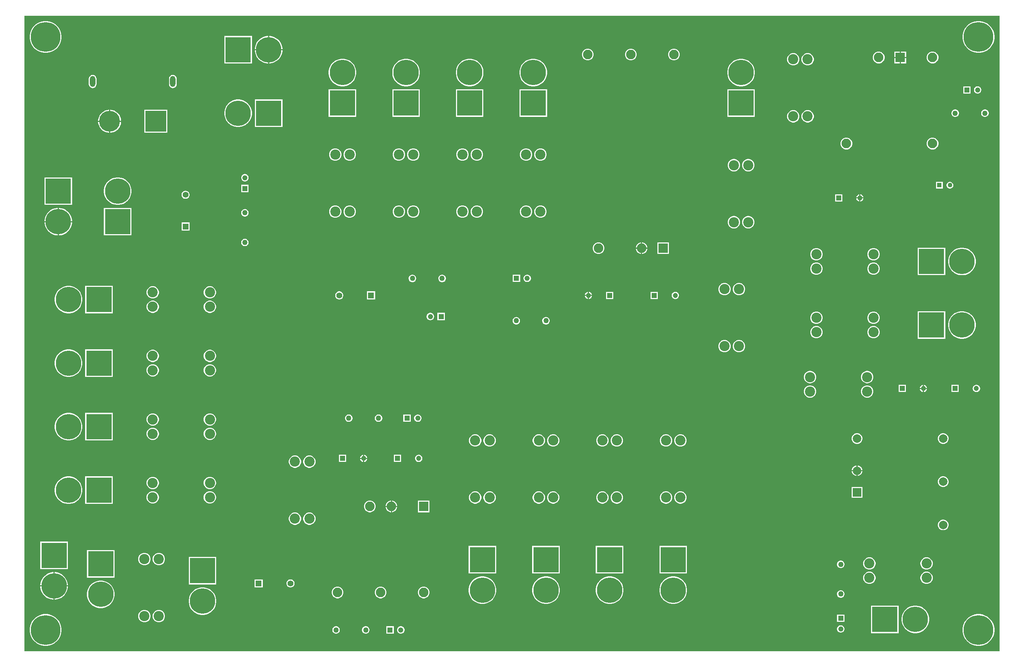
<source format=gbl>
G04*
G04 #@! TF.GenerationSoftware,Altium Limited,Altium Designer,22.8.2 (66)*
G04*
G04 Layer_Physical_Order=2*
G04 Layer_Color=16711680*
%FSLAX42Y42*%
%MOMM*%
G71*
G04*
G04 #@! TF.SameCoordinates,682EC182-1CE9-4BC9-A6E4-3494537964B9*
G04*
G04*
G04 #@! TF.FilePolarity,Positive*
G04*
G01*
G75*
%ADD42R,1.40X1.40*%
%ADD43C,1.40*%
%ADD44R,6.00X6.00*%
%ADD45C,6.00*%
%ADD46C,2.40*%
%ADD47R,4.92X4.92*%
%ADD48C,4.92*%
%ADD49O,1.30X2.60*%
%ADD50R,1.21X1.21*%
%ADD51C,1.21*%
%ADD52R,1.40X1.40*%
%ADD53C,1.26*%
%ADD54R,6.00X6.00*%
%ADD55R,1.21X1.21*%
%ADD56C,1.20*%
%ADD57R,1.20X1.20*%
%ADD58C,2.25*%
%ADD59R,2.25X2.25*%
%ADD60C,2.00*%
%ADD61R,2.00X2.00*%
%ADD62C,7.00*%
%ADD63R,2.25X2.25*%
%ADD64R,1.10X1.10*%
%ADD65C,1.10*%
G36*
X23000Y0D02*
X0D01*
Y15000D01*
X23000D01*
Y0D01*
D02*
G37*
%LPC*%
G36*
X5786Y14525D02*
X5773D01*
Y14213D01*
X6085D01*
Y14226D01*
X6077Y14276D01*
X6062Y14325D01*
X6038Y14371D01*
X6008Y14412D01*
X5972Y14448D01*
X5931Y14478D01*
X5885Y14502D01*
X5836Y14517D01*
X5786Y14525D01*
D02*
G37*
G36*
X5747D02*
X5734D01*
X5684Y14517D01*
X5635Y14502D01*
X5589Y14478D01*
X5548Y14448D01*
X5512Y14412D01*
X5482Y14371D01*
X5458Y14325D01*
X5443Y14276D01*
X5435Y14226D01*
Y14213D01*
X5747D01*
Y14525D01*
D02*
G37*
G36*
X22530Y14875D02*
X22470D01*
X22412Y14866D01*
X22356Y14848D01*
X22303Y14821D01*
X22255Y14786D01*
X22214Y14745D01*
X22179Y14697D01*
X22152Y14644D01*
X22134Y14588D01*
X22125Y14530D01*
Y14470D01*
X22134Y14412D01*
X22152Y14356D01*
X22179Y14303D01*
X22214Y14255D01*
X22255Y14214D01*
X22303Y14179D01*
X22356Y14152D01*
X22412Y14134D01*
X22470Y14125D01*
X22530D01*
X22588Y14134D01*
X22644Y14152D01*
X22697Y14179D01*
X22745Y14214D01*
X22786Y14255D01*
X22821Y14303D01*
X22848Y14356D01*
X22866Y14412D01*
X22875Y14470D01*
Y14530D01*
X22866Y14588D01*
X22848Y14644D01*
X22821Y14697D01*
X22786Y14745D01*
X22745Y14786D01*
X22697Y14821D01*
X22644Y14848D01*
X22588Y14866D01*
X22530Y14875D01*
D02*
G37*
G36*
X530D02*
X470D01*
X412Y14866D01*
X356Y14848D01*
X303Y14821D01*
X255Y14786D01*
X214Y14745D01*
X179Y14697D01*
X152Y14644D01*
X134Y14588D01*
X125Y14530D01*
Y14470D01*
X134Y14412D01*
X152Y14356D01*
X179Y14303D01*
X214Y14255D01*
X255Y14214D01*
X303Y14179D01*
X356Y14152D01*
X412Y14134D01*
X470Y14125D01*
X530D01*
X588Y14134D01*
X644Y14152D01*
X697Y14179D01*
X745Y14214D01*
X786Y14255D01*
X821Y14303D01*
X848Y14356D01*
X866Y14412D01*
X875Y14470D01*
Y14530D01*
X866Y14588D01*
X848Y14644D01*
X821Y14697D01*
X786Y14745D01*
X745Y14786D01*
X697Y14821D01*
X644Y14848D01*
X588Y14866D01*
X530Y14875D01*
D02*
G37*
G36*
X20792Y14154D02*
X20667D01*
Y14029D01*
X20792D01*
Y14154D01*
D02*
G37*
G36*
X20641D02*
X20516D01*
Y14029D01*
X20641D01*
Y14154D01*
D02*
G37*
G36*
X15334Y14224D02*
X15298D01*
X15263Y14215D01*
X15231Y14196D01*
X15206Y14171D01*
X15187Y14139D01*
X15178Y14104D01*
Y14068D01*
X15187Y14033D01*
X15206Y14001D01*
X15231Y13976D01*
X15263Y13957D01*
X15298Y13948D01*
X15334D01*
X15369Y13957D01*
X15401Y13976D01*
X15426Y14001D01*
X15445Y14033D01*
X15454Y14068D01*
Y14104D01*
X15445Y14139D01*
X15426Y14171D01*
X15401Y14196D01*
X15369Y14215D01*
X15334Y14224D01*
D02*
G37*
G36*
X14318D02*
X14282D01*
X14247Y14215D01*
X14215Y14196D01*
X14190Y14171D01*
X14171Y14139D01*
X14162Y14104D01*
Y14068D01*
X14171Y14033D01*
X14190Y14001D01*
X14215Y13976D01*
X14247Y13957D01*
X14282Y13948D01*
X14318D01*
X14353Y13957D01*
X14385Y13976D01*
X14410Y14001D01*
X14429Y14033D01*
X14438Y14068D01*
Y14104D01*
X14429Y14139D01*
X14410Y14171D01*
X14385Y14196D01*
X14353Y14215D01*
X14318Y14224D01*
D02*
G37*
G36*
X13302D02*
X13266D01*
X13231Y14215D01*
X13199Y14196D01*
X13174Y14171D01*
X13155Y14139D01*
X13146Y14104D01*
Y14068D01*
X13155Y14033D01*
X13174Y14001D01*
X13199Y13976D01*
X13231Y13957D01*
X13266Y13948D01*
X13302D01*
X13337Y13957D01*
X13369Y13976D01*
X13394Y14001D01*
X13413Y14033D01*
X13422Y14068D01*
Y14104D01*
X13413Y14139D01*
X13394Y14171D01*
X13369Y14196D01*
X13337Y14215D01*
X13302Y14224D01*
D02*
G37*
G36*
X21434Y14154D02*
X21398D01*
X21363Y14145D01*
X21331Y14126D01*
X21306Y14101D01*
X21287Y14069D01*
X21278Y14034D01*
Y13998D01*
X21287Y13963D01*
X21306Y13931D01*
X21331Y13906D01*
X21363Y13887D01*
X21398Y13878D01*
X21434D01*
X21469Y13887D01*
X21501Y13906D01*
X21526Y13931D01*
X21545Y13963D01*
X21554Y13998D01*
Y14034D01*
X21545Y14069D01*
X21526Y14101D01*
X21501Y14126D01*
X21469Y14145D01*
X21434Y14154D01*
D02*
G37*
G36*
X20792Y14003D02*
X20667D01*
Y13878D01*
X20792D01*
Y14003D01*
D02*
G37*
G36*
X20641D02*
X20516D01*
Y13878D01*
X20641D01*
Y14003D01*
D02*
G37*
G36*
X20164Y14154D02*
X20128D01*
X20093Y14145D01*
X20061Y14126D01*
X20036Y14101D01*
X20017Y14069D01*
X20008Y14034D01*
Y13998D01*
X20017Y13963D01*
X20036Y13931D01*
X20061Y13906D01*
X20093Y13887D01*
X20128Y13878D01*
X20164D01*
X20199Y13887D01*
X20231Y13906D01*
X20256Y13931D01*
X20275Y13963D01*
X20284Y13998D01*
Y14034D01*
X20275Y14069D01*
X20256Y14101D01*
X20231Y14126D01*
X20199Y14145D01*
X20164Y14154D01*
D02*
G37*
G36*
X6085Y14187D02*
X5773D01*
Y13875D01*
X5786D01*
X5836Y13883D01*
X5885Y13898D01*
X5931Y13922D01*
X5972Y13952D01*
X6008Y13988D01*
X6038Y14029D01*
X6062Y14075D01*
X6077Y14124D01*
X6085Y14174D01*
Y14187D01*
D02*
G37*
G36*
X5747D02*
X5435D01*
Y14174D01*
X5443Y14124D01*
X5458Y14075D01*
X5482Y14029D01*
X5512Y13988D01*
X5548Y13952D01*
X5589Y13922D01*
X5635Y13898D01*
X5684Y13883D01*
X5734Y13875D01*
X5747D01*
Y14187D01*
D02*
G37*
G36*
X5365Y14525D02*
X4715D01*
Y13875D01*
X5365D01*
Y14525D01*
D02*
G37*
G36*
X18489Y14119D02*
X18451D01*
X18414Y14109D01*
X18381Y14090D01*
X18354Y14063D01*
X18335Y14030D01*
X18325Y13993D01*
Y13954D01*
X18335Y13917D01*
X18354Y13884D01*
X18381Y13857D01*
X18414Y13838D01*
X18451Y13828D01*
X18489D01*
X18526Y13838D01*
X18559Y13857D01*
X18586Y13884D01*
X18605Y13917D01*
X18615Y13954D01*
Y13993D01*
X18605Y14030D01*
X18586Y14063D01*
X18559Y14090D01*
X18526Y14109D01*
X18489Y14119D01*
D02*
G37*
G36*
X18149D02*
X18111D01*
X18074Y14109D01*
X18041Y14090D01*
X18014Y14063D01*
X17995Y14030D01*
X17985Y13993D01*
Y13954D01*
X17995Y13917D01*
X18014Y13884D01*
X18041Y13857D01*
X18074Y13838D01*
X18111Y13828D01*
X18149D01*
X18186Y13838D01*
X18219Y13857D01*
X18246Y13884D01*
X18265Y13917D01*
X18275Y13954D01*
Y13993D01*
X18265Y14030D01*
X18246Y14063D01*
X18219Y14090D01*
X18186Y14109D01*
X18149Y14119D01*
D02*
G37*
G36*
X16926Y13985D02*
X16874D01*
X16824Y13977D01*
X16775Y13962D01*
X16729Y13938D01*
X16688Y13908D01*
X16652Y13872D01*
X16622Y13831D01*
X16598Y13785D01*
X16583Y13736D01*
X16575Y13686D01*
Y13634D01*
X16583Y13584D01*
X16598Y13535D01*
X16622Y13489D01*
X16652Y13448D01*
X16688Y13412D01*
X16729Y13382D01*
X16775Y13358D01*
X16824Y13343D01*
X16874Y13335D01*
X16926D01*
X16976Y13343D01*
X17025Y13358D01*
X17071Y13382D01*
X17112Y13412D01*
X17148Y13448D01*
X17178Y13489D01*
X17202Y13535D01*
X17217Y13584D01*
X17225Y13634D01*
Y13686D01*
X17217Y13736D01*
X17202Y13785D01*
X17178Y13831D01*
X17148Y13872D01*
X17112Y13908D01*
X17071Y13938D01*
X17025Y13962D01*
X16976Y13977D01*
X16926Y13985D01*
D02*
G37*
G36*
X12026D02*
X11974D01*
X11924Y13977D01*
X11875Y13962D01*
X11829Y13938D01*
X11788Y13908D01*
X11752Y13872D01*
X11722Y13831D01*
X11698Y13785D01*
X11683Y13736D01*
X11675Y13686D01*
Y13634D01*
X11683Y13584D01*
X11698Y13535D01*
X11722Y13489D01*
X11752Y13448D01*
X11788Y13412D01*
X11829Y13382D01*
X11875Y13358D01*
X11924Y13343D01*
X11974Y13335D01*
X12026D01*
X12076Y13343D01*
X12125Y13358D01*
X12171Y13382D01*
X12212Y13412D01*
X12248Y13448D01*
X12278Y13489D01*
X12302Y13535D01*
X12317Y13584D01*
X12325Y13634D01*
Y13686D01*
X12317Y13736D01*
X12302Y13785D01*
X12278Y13831D01*
X12248Y13872D01*
X12212Y13908D01*
X12171Y13938D01*
X12125Y13962D01*
X12076Y13977D01*
X12026Y13985D01*
D02*
G37*
G36*
X10526D02*
X10474D01*
X10424Y13977D01*
X10375Y13962D01*
X10329Y13938D01*
X10288Y13908D01*
X10252Y13872D01*
X10222Y13831D01*
X10198Y13785D01*
X10183Y13736D01*
X10175Y13686D01*
Y13634D01*
X10183Y13584D01*
X10198Y13535D01*
X10222Y13489D01*
X10252Y13448D01*
X10288Y13412D01*
X10329Y13382D01*
X10375Y13358D01*
X10424Y13343D01*
X10474Y13335D01*
X10526D01*
X10576Y13343D01*
X10625Y13358D01*
X10671Y13382D01*
X10712Y13412D01*
X10748Y13448D01*
X10778Y13489D01*
X10802Y13535D01*
X10817Y13584D01*
X10825Y13634D01*
Y13686D01*
X10817Y13736D01*
X10802Y13785D01*
X10778Y13831D01*
X10748Y13872D01*
X10712Y13908D01*
X10671Y13938D01*
X10625Y13962D01*
X10576Y13977D01*
X10526Y13985D01*
D02*
G37*
G36*
X9026D02*
X8974D01*
X8924Y13977D01*
X8875Y13962D01*
X8829Y13938D01*
X8788Y13908D01*
X8752Y13872D01*
X8722Y13831D01*
X8698Y13785D01*
X8683Y13736D01*
X8675Y13686D01*
Y13634D01*
X8683Y13584D01*
X8698Y13535D01*
X8722Y13489D01*
X8752Y13448D01*
X8788Y13412D01*
X8829Y13382D01*
X8875Y13358D01*
X8924Y13343D01*
X8974Y13335D01*
X9026D01*
X9076Y13343D01*
X9125Y13358D01*
X9171Y13382D01*
X9212Y13412D01*
X9248Y13448D01*
X9278Y13489D01*
X9302Y13535D01*
X9317Y13584D01*
X9325Y13634D01*
Y13686D01*
X9317Y13736D01*
X9302Y13785D01*
X9278Y13831D01*
X9248Y13872D01*
X9212Y13908D01*
X9171Y13938D01*
X9125Y13962D01*
X9076Y13977D01*
X9026Y13985D01*
D02*
G37*
G36*
X7526D02*
X7474D01*
X7424Y13977D01*
X7375Y13962D01*
X7329Y13938D01*
X7288Y13908D01*
X7252Y13872D01*
X7222Y13831D01*
X7198Y13785D01*
X7183Y13736D01*
X7175Y13686D01*
Y13634D01*
X7183Y13584D01*
X7198Y13535D01*
X7222Y13489D01*
X7252Y13448D01*
X7288Y13412D01*
X7329Y13382D01*
X7375Y13358D01*
X7424Y13343D01*
X7474Y13335D01*
X7526D01*
X7576Y13343D01*
X7625Y13358D01*
X7671Y13382D01*
X7712Y13412D01*
X7748Y13448D01*
X7778Y13489D01*
X7802Y13535D01*
X7817Y13584D01*
X7825Y13634D01*
Y13686D01*
X7817Y13736D01*
X7802Y13785D01*
X7778Y13831D01*
X7748Y13872D01*
X7712Y13908D01*
X7671Y13938D01*
X7625Y13962D01*
X7576Y13977D01*
X7526Y13985D01*
D02*
G37*
G36*
X3500Y13606D02*
X3476Y13603D01*
X3454Y13594D01*
X3436Y13579D01*
X3421Y13561D01*
X3412Y13539D01*
X3409Y13515D01*
Y13385D01*
X3412Y13361D01*
X3421Y13339D01*
X3436Y13321D01*
X3454Y13306D01*
X3476Y13297D01*
X3500Y13294D01*
X3524Y13297D01*
X3546Y13306D01*
X3564Y13321D01*
X3579Y13339D01*
X3588Y13361D01*
X3591Y13385D01*
Y13515D01*
X3588Y13539D01*
X3579Y13561D01*
X3564Y13579D01*
X3546Y13594D01*
X3524Y13603D01*
X3500Y13606D01*
D02*
G37*
G36*
X1610D02*
X1586Y13603D01*
X1564Y13594D01*
X1546Y13579D01*
X1531Y13561D01*
X1522Y13539D01*
X1519Y13515D01*
Y13385D01*
X1522Y13361D01*
X1531Y13339D01*
X1546Y13321D01*
X1564Y13306D01*
X1586Y13297D01*
X1610Y13294D01*
X1634Y13297D01*
X1656Y13306D01*
X1674Y13321D01*
X1689Y13339D01*
X1698Y13361D01*
X1701Y13385D01*
Y13515D01*
X1698Y13539D01*
X1689Y13561D01*
X1674Y13579D01*
X1656Y13594D01*
X1634Y13603D01*
X1610Y13606D01*
D02*
G37*
G36*
X22488Y13336D02*
X22466D01*
X22444Y13330D01*
X22424Y13319D01*
X22408Y13303D01*
X22397Y13283D01*
X22391Y13261D01*
Y13239D01*
X22397Y13217D01*
X22408Y13197D01*
X22424Y13181D01*
X22444Y13170D01*
X22466Y13164D01*
X22488D01*
X22510Y13170D01*
X22530Y13181D01*
X22546Y13197D01*
X22557Y13217D01*
X22563Y13239D01*
Y13261D01*
X22557Y13283D01*
X22546Y13303D01*
X22530Y13319D01*
X22510Y13330D01*
X22488Y13336D01*
D02*
G37*
G36*
X22309D02*
X22137D01*
Y13164D01*
X22309D01*
Y13336D01*
D02*
G37*
G36*
X17225Y13265D02*
X16575D01*
Y12615D01*
X17225D01*
Y13265D01*
D02*
G37*
G36*
X12325D02*
X11675D01*
Y12615D01*
X12325D01*
Y13265D01*
D02*
G37*
G36*
X10825D02*
X10175D01*
Y12615D01*
X10825D01*
Y13265D01*
D02*
G37*
G36*
X9325D02*
X8675D01*
Y12615D01*
X9325D01*
Y13265D01*
D02*
G37*
G36*
X7825D02*
X7175D01*
Y12615D01*
X7825D01*
Y13265D01*
D02*
G37*
G36*
X22662Y12788D02*
X22638D01*
X22616Y12782D01*
X22596Y12771D01*
X22579Y12754D01*
X22568Y12734D01*
X22562Y12712D01*
Y12688D01*
X22568Y12666D01*
X22579Y12646D01*
X22596Y12629D01*
X22616Y12618D01*
X22638Y12612D01*
X22662D01*
X22684Y12618D01*
X22704Y12629D01*
X22721Y12646D01*
X22732Y12666D01*
X22738Y12688D01*
Y12712D01*
X22732Y12734D01*
X22721Y12754D01*
X22704Y12771D01*
X22684Y12782D01*
X22662Y12788D01*
D02*
G37*
G36*
X21962D02*
X21938D01*
X21916Y12782D01*
X21896Y12771D01*
X21879Y12754D01*
X21868Y12734D01*
X21862Y12712D01*
Y12688D01*
X21868Y12666D01*
X21879Y12646D01*
X21896Y12629D01*
X21916Y12618D01*
X21938Y12612D01*
X21962D01*
X21984Y12618D01*
X22004Y12629D01*
X22021Y12646D01*
X22032Y12666D01*
X22038Y12688D01*
Y12712D01*
X22032Y12734D01*
X22021Y12754D01*
X22004Y12771D01*
X21984Y12782D01*
X21962Y12788D01*
D02*
G37*
G36*
X2031Y12781D02*
X2023D01*
Y12523D01*
X2281D01*
Y12531D01*
X2275Y12574D01*
X2261Y12614D01*
X2242Y12652D01*
X2217Y12687D01*
X2187Y12717D01*
X2152Y12742D01*
X2114Y12761D01*
X2074Y12775D01*
X2031Y12781D01*
D02*
G37*
G36*
X1997D02*
X1989D01*
X1946Y12775D01*
X1906Y12761D01*
X1868Y12742D01*
X1833Y12717D01*
X1803Y12687D01*
X1778Y12652D01*
X1759Y12614D01*
X1745Y12574D01*
X1739Y12531D01*
Y12523D01*
X1997D01*
Y12781D01*
D02*
G37*
G36*
X18489Y12772D02*
X18451D01*
X18414Y12762D01*
X18381Y12743D01*
X18354Y12716D01*
X18335Y12683D01*
X18325Y12646D01*
Y12607D01*
X18335Y12570D01*
X18354Y12537D01*
X18381Y12510D01*
X18414Y12491D01*
X18451Y12481D01*
X18489D01*
X18526Y12491D01*
X18559Y12510D01*
X18586Y12537D01*
X18605Y12570D01*
X18615Y12607D01*
Y12646D01*
X18605Y12683D01*
X18586Y12716D01*
X18559Y12743D01*
X18526Y12762D01*
X18489Y12772D01*
D02*
G37*
G36*
X18149D02*
X18111D01*
X18074Y12762D01*
X18041Y12743D01*
X18014Y12716D01*
X17995Y12683D01*
X17985Y12646D01*
Y12607D01*
X17995Y12570D01*
X18014Y12537D01*
X18041Y12510D01*
X18074Y12491D01*
X18111Y12481D01*
X18149D01*
X18186Y12491D01*
X18219Y12510D01*
X18246Y12537D01*
X18265Y12570D01*
X18275Y12607D01*
Y12646D01*
X18265Y12683D01*
X18246Y12716D01*
X18219Y12743D01*
X18186Y12762D01*
X18149Y12772D01*
D02*
G37*
G36*
X6085Y13025D02*
X5435D01*
Y12375D01*
X6085D01*
Y13025D01*
D02*
G37*
G36*
X5066D02*
X5014D01*
X4964Y13017D01*
X4915Y13002D01*
X4869Y12978D01*
X4828Y12948D01*
X4792Y12912D01*
X4762Y12871D01*
X4738Y12825D01*
X4723Y12776D01*
X4715Y12726D01*
Y12674D01*
X4723Y12624D01*
X4738Y12575D01*
X4762Y12529D01*
X4792Y12488D01*
X4828Y12452D01*
X4869Y12422D01*
X4915Y12398D01*
X4964Y12383D01*
X5014Y12375D01*
X5066D01*
X5116Y12383D01*
X5165Y12398D01*
X5211Y12422D01*
X5252Y12452D01*
X5288Y12488D01*
X5318Y12529D01*
X5342Y12575D01*
X5357Y12624D01*
X5365Y12674D01*
Y12726D01*
X5357Y12776D01*
X5342Y12825D01*
X5318Y12871D01*
X5288Y12912D01*
X5252Y12948D01*
X5211Y12978D01*
X5165Y13002D01*
X5116Y13017D01*
X5066Y13025D01*
D02*
G37*
G36*
X3371Y12781D02*
X2829D01*
Y12239D01*
X3371D01*
Y12781D01*
D02*
G37*
G36*
X2281Y12497D02*
X2023D01*
Y12239D01*
X2031D01*
X2074Y12245D01*
X2114Y12259D01*
X2152Y12278D01*
X2187Y12303D01*
X2217Y12333D01*
X2242Y12368D01*
X2261Y12406D01*
X2275Y12446D01*
X2281Y12489D01*
Y12497D01*
D02*
G37*
G36*
X1997D02*
X1739D01*
Y12489D01*
X1745Y12446D01*
X1759Y12406D01*
X1778Y12368D01*
X1803Y12333D01*
X1833Y12303D01*
X1868Y12278D01*
X1906Y12259D01*
X1946Y12245D01*
X1989Y12239D01*
X1997D01*
Y12497D01*
D02*
G37*
G36*
X21434Y12122D02*
X21398D01*
X21363Y12113D01*
X21331Y12094D01*
X21306Y12069D01*
X21287Y12037D01*
X21278Y12002D01*
Y11966D01*
X21287Y11931D01*
X21306Y11899D01*
X21331Y11874D01*
X21363Y11855D01*
X21398Y11846D01*
X21434D01*
X21469Y11855D01*
X21501Y11874D01*
X21526Y11899D01*
X21545Y11931D01*
X21554Y11966D01*
Y12002D01*
X21545Y12037D01*
X21526Y12069D01*
X21501Y12094D01*
X21469Y12113D01*
X21434Y12122D01*
D02*
G37*
G36*
X19402D02*
X19366D01*
X19331Y12113D01*
X19299Y12094D01*
X19274Y12069D01*
X19255Y12037D01*
X19246Y12002D01*
Y11966D01*
X19255Y11931D01*
X19274Y11899D01*
X19299Y11874D01*
X19331Y11855D01*
X19366Y11846D01*
X19402D01*
X19437Y11855D01*
X19469Y11874D01*
X19494Y11899D01*
X19513Y11931D01*
X19522Y11966D01*
Y12002D01*
X19513Y12037D01*
X19494Y12069D01*
X19469Y12094D01*
X19437Y12113D01*
X19402Y12122D01*
D02*
G37*
G36*
X12189Y11869D02*
X12151D01*
X12114Y11859D01*
X12081Y11840D01*
X12054Y11813D01*
X12035Y11780D01*
X12025Y11743D01*
Y11704D01*
X12035Y11667D01*
X12054Y11634D01*
X12081Y11607D01*
X12114Y11588D01*
X12151Y11578D01*
X12189D01*
X12226Y11588D01*
X12259Y11607D01*
X12286Y11634D01*
X12305Y11667D01*
X12315Y11704D01*
Y11743D01*
X12305Y11780D01*
X12286Y11813D01*
X12259Y11840D01*
X12226Y11859D01*
X12189Y11869D01*
D02*
G37*
G36*
X11849D02*
X11811D01*
X11774Y11859D01*
X11741Y11840D01*
X11714Y11813D01*
X11695Y11780D01*
X11685Y11743D01*
Y11704D01*
X11695Y11667D01*
X11714Y11634D01*
X11741Y11607D01*
X11774Y11588D01*
X11811Y11578D01*
X11849D01*
X11886Y11588D01*
X11919Y11607D01*
X11946Y11634D01*
X11965Y11667D01*
X11975Y11704D01*
Y11743D01*
X11965Y11780D01*
X11946Y11813D01*
X11919Y11840D01*
X11886Y11859D01*
X11849Y11869D01*
D02*
G37*
G36*
X10689D02*
X10651D01*
X10614Y11859D01*
X10581Y11840D01*
X10554Y11813D01*
X10535Y11780D01*
X10525Y11743D01*
Y11704D01*
X10535Y11667D01*
X10554Y11634D01*
X10581Y11607D01*
X10614Y11588D01*
X10651Y11578D01*
X10689D01*
X10726Y11588D01*
X10759Y11607D01*
X10786Y11634D01*
X10805Y11667D01*
X10815Y11704D01*
Y11743D01*
X10805Y11780D01*
X10786Y11813D01*
X10759Y11840D01*
X10726Y11859D01*
X10689Y11869D01*
D02*
G37*
G36*
X10349D02*
X10311D01*
X10274Y11859D01*
X10241Y11840D01*
X10214Y11813D01*
X10195Y11780D01*
X10185Y11743D01*
Y11704D01*
X10195Y11667D01*
X10214Y11634D01*
X10241Y11607D01*
X10274Y11588D01*
X10311Y11578D01*
X10349D01*
X10386Y11588D01*
X10419Y11607D01*
X10446Y11634D01*
X10465Y11667D01*
X10475Y11704D01*
Y11743D01*
X10465Y11780D01*
X10446Y11813D01*
X10419Y11840D01*
X10386Y11859D01*
X10349Y11869D01*
D02*
G37*
G36*
X9189D02*
X9151D01*
X9114Y11859D01*
X9081Y11840D01*
X9054Y11813D01*
X9035Y11780D01*
X9025Y11743D01*
Y11704D01*
X9035Y11667D01*
X9054Y11634D01*
X9081Y11607D01*
X9114Y11588D01*
X9151Y11578D01*
X9189D01*
X9226Y11588D01*
X9259Y11607D01*
X9286Y11634D01*
X9305Y11667D01*
X9315Y11704D01*
Y11743D01*
X9305Y11780D01*
X9286Y11813D01*
X9259Y11840D01*
X9226Y11859D01*
X9189Y11869D01*
D02*
G37*
G36*
X8849D02*
X8811D01*
X8774Y11859D01*
X8741Y11840D01*
X8714Y11813D01*
X8695Y11780D01*
X8685Y11743D01*
Y11704D01*
X8695Y11667D01*
X8714Y11634D01*
X8741Y11607D01*
X8774Y11588D01*
X8811Y11578D01*
X8849D01*
X8886Y11588D01*
X8919Y11607D01*
X8946Y11634D01*
X8965Y11667D01*
X8975Y11704D01*
Y11743D01*
X8965Y11780D01*
X8946Y11813D01*
X8919Y11840D01*
X8886Y11859D01*
X8849Y11869D01*
D02*
G37*
G36*
X7689D02*
X7651D01*
X7614Y11859D01*
X7581Y11840D01*
X7554Y11813D01*
X7535Y11780D01*
X7525Y11743D01*
Y11704D01*
X7535Y11667D01*
X7554Y11634D01*
X7581Y11607D01*
X7614Y11588D01*
X7651Y11578D01*
X7689D01*
X7726Y11588D01*
X7759Y11607D01*
X7786Y11634D01*
X7805Y11667D01*
X7815Y11704D01*
Y11743D01*
X7805Y11780D01*
X7786Y11813D01*
X7759Y11840D01*
X7726Y11859D01*
X7689Y11869D01*
D02*
G37*
G36*
X7349D02*
X7311D01*
X7274Y11859D01*
X7241Y11840D01*
X7214Y11813D01*
X7195Y11780D01*
X7185Y11743D01*
Y11704D01*
X7195Y11667D01*
X7214Y11634D01*
X7241Y11607D01*
X7274Y11588D01*
X7311Y11578D01*
X7349D01*
X7386Y11588D01*
X7419Y11607D01*
X7446Y11634D01*
X7465Y11667D01*
X7475Y11704D01*
Y11743D01*
X7465Y11780D01*
X7446Y11813D01*
X7419Y11840D01*
X7386Y11859D01*
X7349Y11869D01*
D02*
G37*
G36*
X17089Y11619D02*
X17051D01*
X17014Y11609D01*
X16981Y11590D01*
X16954Y11563D01*
X16935Y11530D01*
X16925Y11493D01*
Y11454D01*
X16935Y11417D01*
X16954Y11384D01*
X16981Y11357D01*
X17014Y11338D01*
X17051Y11328D01*
X17089D01*
X17126Y11338D01*
X17159Y11357D01*
X17186Y11384D01*
X17205Y11417D01*
X17215Y11454D01*
Y11493D01*
X17205Y11530D01*
X17186Y11563D01*
X17159Y11590D01*
X17126Y11609D01*
X17089Y11619D01*
D02*
G37*
G36*
X16749D02*
X16711D01*
X16674Y11609D01*
X16641Y11590D01*
X16614Y11563D01*
X16595Y11530D01*
X16585Y11493D01*
Y11454D01*
X16595Y11417D01*
X16614Y11384D01*
X16641Y11357D01*
X16674Y11338D01*
X16711Y11328D01*
X16749D01*
X16786Y11338D01*
X16819Y11357D01*
X16846Y11384D01*
X16865Y11417D01*
X16875Y11454D01*
Y11493D01*
X16865Y11530D01*
X16846Y11563D01*
X16819Y11590D01*
X16786Y11609D01*
X16749Y11619D01*
D02*
G37*
G36*
X5211Y11263D02*
X5189D01*
X5167Y11257D01*
X5147Y11246D01*
X5131Y11230D01*
X5120Y11210D01*
X5114Y11188D01*
Y11166D01*
X5120Y11144D01*
X5131Y11124D01*
X5147Y11108D01*
X5167Y11097D01*
X5189Y11091D01*
X5211D01*
X5233Y11097D01*
X5253Y11108D01*
X5269Y11124D01*
X5280Y11144D01*
X5286Y11166D01*
Y11188D01*
X5280Y11210D01*
X5269Y11230D01*
X5253Y11246D01*
X5233Y11257D01*
X5211Y11263D01*
D02*
G37*
G36*
X21836Y11080D02*
X21814D01*
X21794Y11075D01*
X21776Y11064D01*
X21761Y11049D01*
X21750Y11031D01*
X21745Y11011D01*
Y10989D01*
X21750Y10969D01*
X21761Y10951D01*
X21776Y10936D01*
X21794Y10925D01*
X21814Y10920D01*
X21836D01*
X21856Y10925D01*
X21874Y10936D01*
X21889Y10951D01*
X21900Y10969D01*
X21905Y10989D01*
Y11011D01*
X21900Y11031D01*
X21889Y11049D01*
X21874Y11064D01*
X21856Y11075D01*
X21836Y11080D01*
D02*
G37*
G36*
X21655D02*
X21495D01*
Y10920D01*
X21655D01*
Y11080D01*
D02*
G37*
G36*
X5286Y11009D02*
X5114D01*
Y10837D01*
X5286D01*
Y11009D01*
D02*
G37*
G36*
X19713Y10785D02*
Y10713D01*
X19785D01*
X19780Y10733D01*
X19768Y10752D01*
X19752Y10768D01*
X19733Y10780D01*
X19713Y10785D01*
D02*
G37*
G36*
X19687D02*
X19667Y10780D01*
X19648Y10768D01*
X19632Y10752D01*
X19620Y10733D01*
X19615Y10713D01*
X19687D01*
Y10785D01*
D02*
G37*
G36*
X3813Y10870D02*
X3787D01*
X3763Y10864D01*
X3741Y10851D01*
X3724Y10834D01*
X3711Y10812D01*
X3705Y10788D01*
Y10762D01*
X3711Y10738D01*
X3724Y10716D01*
X3741Y10699D01*
X3763Y10686D01*
X3787Y10680D01*
X3813D01*
X3837Y10686D01*
X3859Y10699D01*
X3876Y10716D01*
X3889Y10738D01*
X3895Y10762D01*
Y10788D01*
X3889Y10812D01*
X3876Y10834D01*
X3859Y10851D01*
X3837Y10864D01*
X3813Y10870D01*
D02*
G37*
G36*
X19785Y10687D02*
X19713D01*
Y10615D01*
X19733Y10620D01*
X19752Y10632D01*
X19768Y10648D01*
X19780Y10667D01*
X19785Y10687D01*
D02*
G37*
G36*
X19687D02*
X19615D01*
X19620Y10667D01*
X19632Y10648D01*
X19648Y10632D01*
X19667Y10620D01*
X19687Y10615D01*
Y10687D01*
D02*
G37*
G36*
X19285Y10785D02*
X19115D01*
Y10615D01*
X19285D01*
Y10785D01*
D02*
G37*
G36*
X2226Y11185D02*
X2174D01*
X2124Y11177D01*
X2075Y11162D01*
X2029Y11138D01*
X1988Y11108D01*
X1952Y11072D01*
X1922Y11031D01*
X1898Y10985D01*
X1883Y10936D01*
X1875Y10886D01*
Y10834D01*
X1883Y10784D01*
X1898Y10735D01*
X1922Y10689D01*
X1952Y10648D01*
X1988Y10612D01*
X2029Y10582D01*
X2075Y10558D01*
X2124Y10543D01*
X2174Y10535D01*
X2226D01*
X2276Y10543D01*
X2325Y10558D01*
X2371Y10582D01*
X2412Y10612D01*
X2448Y10648D01*
X2478Y10689D01*
X2502Y10735D01*
X2517Y10784D01*
X2525Y10834D01*
Y10886D01*
X2517Y10936D01*
X2502Y10985D01*
X2478Y11031D01*
X2448Y11072D01*
X2412Y11108D01*
X2371Y11138D01*
X2325Y11162D01*
X2276Y11177D01*
X2226Y11185D01*
D02*
G37*
G36*
X1125D02*
X475D01*
Y10535D01*
X1125D01*
Y11185D01*
D02*
G37*
G36*
X5212Y10438D02*
X5188D01*
X5166Y10432D01*
X5146Y10421D01*
X5129Y10404D01*
X5118Y10384D01*
X5112Y10362D01*
Y10338D01*
X5118Y10316D01*
X5129Y10296D01*
X5146Y10279D01*
X5166Y10268D01*
X5188Y10262D01*
X5212D01*
X5234Y10268D01*
X5254Y10279D01*
X5271Y10296D01*
X5282Y10316D01*
X5288Y10338D01*
Y10362D01*
X5282Y10384D01*
X5271Y10404D01*
X5254Y10421D01*
X5234Y10432D01*
X5212Y10438D01*
D02*
G37*
G36*
X12189Y10522D02*
X12151D01*
X12114Y10512D01*
X12081Y10493D01*
X12054Y10466D01*
X12035Y10433D01*
X12025Y10396D01*
Y10357D01*
X12035Y10320D01*
X12054Y10287D01*
X12081Y10260D01*
X12114Y10241D01*
X12151Y10231D01*
X12189D01*
X12226Y10241D01*
X12259Y10260D01*
X12286Y10287D01*
X12305Y10320D01*
X12315Y10357D01*
Y10396D01*
X12305Y10433D01*
X12286Y10466D01*
X12259Y10493D01*
X12226Y10512D01*
X12189Y10522D01*
D02*
G37*
G36*
X11849D02*
X11811D01*
X11774Y10512D01*
X11741Y10493D01*
X11714Y10466D01*
X11695Y10433D01*
X11685Y10396D01*
Y10357D01*
X11695Y10320D01*
X11714Y10287D01*
X11741Y10260D01*
X11774Y10241D01*
X11811Y10231D01*
X11849D01*
X11886Y10241D01*
X11919Y10260D01*
X11946Y10287D01*
X11965Y10320D01*
X11975Y10357D01*
Y10396D01*
X11965Y10433D01*
X11946Y10466D01*
X11919Y10493D01*
X11886Y10512D01*
X11849Y10522D01*
D02*
G37*
G36*
X10689D02*
X10651D01*
X10614Y10512D01*
X10581Y10493D01*
X10554Y10466D01*
X10535Y10433D01*
X10525Y10396D01*
Y10357D01*
X10535Y10320D01*
X10554Y10287D01*
X10581Y10260D01*
X10614Y10241D01*
X10651Y10231D01*
X10689D01*
X10726Y10241D01*
X10759Y10260D01*
X10786Y10287D01*
X10805Y10320D01*
X10815Y10357D01*
Y10396D01*
X10805Y10433D01*
X10786Y10466D01*
X10759Y10493D01*
X10726Y10512D01*
X10689Y10522D01*
D02*
G37*
G36*
X10349D02*
X10311D01*
X10274Y10512D01*
X10241Y10493D01*
X10214Y10466D01*
X10195Y10433D01*
X10185Y10396D01*
Y10357D01*
X10195Y10320D01*
X10214Y10287D01*
X10241Y10260D01*
X10274Y10241D01*
X10311Y10231D01*
X10349D01*
X10386Y10241D01*
X10419Y10260D01*
X10446Y10287D01*
X10465Y10320D01*
X10475Y10357D01*
Y10396D01*
X10465Y10433D01*
X10446Y10466D01*
X10419Y10493D01*
X10386Y10512D01*
X10349Y10522D01*
D02*
G37*
G36*
X9189D02*
X9151D01*
X9114Y10512D01*
X9081Y10493D01*
X9054Y10466D01*
X9035Y10433D01*
X9025Y10396D01*
Y10357D01*
X9035Y10320D01*
X9054Y10287D01*
X9081Y10260D01*
X9114Y10241D01*
X9151Y10231D01*
X9189D01*
X9226Y10241D01*
X9259Y10260D01*
X9286Y10287D01*
X9305Y10320D01*
X9315Y10357D01*
Y10396D01*
X9305Y10433D01*
X9286Y10466D01*
X9259Y10493D01*
X9226Y10512D01*
X9189Y10522D01*
D02*
G37*
G36*
X8849D02*
X8811D01*
X8774Y10512D01*
X8741Y10493D01*
X8714Y10466D01*
X8695Y10433D01*
X8685Y10396D01*
Y10357D01*
X8695Y10320D01*
X8714Y10287D01*
X8741Y10260D01*
X8774Y10241D01*
X8811Y10231D01*
X8849D01*
X8886Y10241D01*
X8919Y10260D01*
X8946Y10287D01*
X8965Y10320D01*
X8975Y10357D01*
Y10396D01*
X8965Y10433D01*
X8946Y10466D01*
X8919Y10493D01*
X8886Y10512D01*
X8849Y10522D01*
D02*
G37*
G36*
X7689D02*
X7651D01*
X7614Y10512D01*
X7581Y10493D01*
X7554Y10466D01*
X7535Y10433D01*
X7525Y10396D01*
Y10357D01*
X7535Y10320D01*
X7554Y10287D01*
X7581Y10260D01*
X7614Y10241D01*
X7651Y10231D01*
X7689D01*
X7726Y10241D01*
X7759Y10260D01*
X7786Y10287D01*
X7805Y10320D01*
X7815Y10357D01*
Y10396D01*
X7805Y10433D01*
X7786Y10466D01*
X7759Y10493D01*
X7726Y10512D01*
X7689Y10522D01*
D02*
G37*
G36*
X7349D02*
X7311D01*
X7274Y10512D01*
X7241Y10493D01*
X7214Y10466D01*
X7195Y10433D01*
X7185Y10396D01*
Y10357D01*
X7195Y10320D01*
X7214Y10287D01*
X7241Y10260D01*
X7274Y10241D01*
X7311Y10231D01*
X7349D01*
X7386Y10241D01*
X7419Y10260D01*
X7446Y10287D01*
X7465Y10320D01*
X7475Y10357D01*
Y10396D01*
X7465Y10433D01*
X7446Y10466D01*
X7419Y10493D01*
X7386Y10512D01*
X7349Y10522D01*
D02*
G37*
G36*
X826Y10465D02*
X813D01*
Y10153D01*
X1125D01*
Y10166D01*
X1117Y10216D01*
X1102Y10265D01*
X1078Y10311D01*
X1048Y10352D01*
X1012Y10388D01*
X971Y10418D01*
X925Y10442D01*
X876Y10457D01*
X826Y10465D01*
D02*
G37*
G36*
X787D02*
X774D01*
X724Y10457D01*
X675Y10442D01*
X629Y10418D01*
X588Y10388D01*
X552Y10352D01*
X522Y10311D01*
X498Y10265D01*
X483Y10216D01*
X475Y10166D01*
Y10153D01*
X787D01*
Y10465D01*
D02*
G37*
G36*
X17089Y10272D02*
X17051D01*
X17014Y10262D01*
X16981Y10243D01*
X16954Y10216D01*
X16935Y10183D01*
X16925Y10146D01*
Y10107D01*
X16935Y10070D01*
X16954Y10037D01*
X16981Y10010D01*
X17014Y9991D01*
X17051Y9981D01*
X17089D01*
X17126Y9991D01*
X17159Y10010D01*
X17186Y10037D01*
X17205Y10070D01*
X17215Y10107D01*
Y10146D01*
X17205Y10183D01*
X17186Y10216D01*
X17159Y10243D01*
X17126Y10262D01*
X17089Y10272D01*
D02*
G37*
G36*
X16749D02*
X16711D01*
X16674Y10262D01*
X16641Y10243D01*
X16614Y10216D01*
X16595Y10183D01*
X16585Y10146D01*
Y10107D01*
X16595Y10070D01*
X16614Y10037D01*
X16641Y10010D01*
X16674Y9991D01*
X16711Y9981D01*
X16749D01*
X16786Y9991D01*
X16819Y10010D01*
X16846Y10037D01*
X16865Y10070D01*
X16875Y10107D01*
Y10146D01*
X16865Y10183D01*
X16846Y10216D01*
X16819Y10243D01*
X16786Y10262D01*
X16749Y10272D01*
D02*
G37*
G36*
X3895Y10120D02*
X3705D01*
Y9930D01*
X3895D01*
Y10120D01*
D02*
G37*
G36*
X2525Y10465D02*
X1875D01*
Y9815D01*
X2525D01*
Y10465D01*
D02*
G37*
G36*
X1125Y10127D02*
X813D01*
Y9815D01*
X826D01*
X876Y9823D01*
X925Y9838D01*
X971Y9862D01*
X1012Y9892D01*
X1048Y9928D01*
X1078Y9969D01*
X1102Y10015D01*
X1117Y10064D01*
X1125Y10114D01*
Y10127D01*
D02*
G37*
G36*
X787D02*
X475D01*
Y10114D01*
X483Y10064D01*
X498Y10015D01*
X522Y9969D01*
X552Y9928D01*
X588Y9892D01*
X629Y9862D01*
X675Y9838D01*
X724Y9823D01*
X774Y9815D01*
X787D01*
Y10127D01*
D02*
G37*
G36*
X5212Y9738D02*
X5188D01*
X5166Y9732D01*
X5146Y9721D01*
X5129Y9704D01*
X5118Y9684D01*
X5112Y9662D01*
Y9638D01*
X5118Y9616D01*
X5129Y9596D01*
X5146Y9579D01*
X5166Y9568D01*
X5188Y9562D01*
X5212D01*
X5234Y9568D01*
X5254Y9579D01*
X5271Y9596D01*
X5282Y9616D01*
X5288Y9638D01*
Y9662D01*
X5282Y9684D01*
X5271Y9704D01*
X5254Y9721D01*
X5234Y9732D01*
X5212Y9738D01*
D02*
G37*
G36*
X14572Y9652D02*
X14567D01*
Y9527D01*
X14692D01*
Y9532D01*
X14683Y9567D01*
X14664Y9599D01*
X14639Y9624D01*
X14607Y9643D01*
X14572Y9652D01*
D02*
G37*
G36*
X14541D02*
X14536D01*
X14501Y9643D01*
X14469Y9624D01*
X14444Y9599D01*
X14425Y9567D01*
X14416Y9532D01*
Y9527D01*
X14541D01*
Y9652D01*
D02*
G37*
G36*
X15200D02*
X14924D01*
Y9376D01*
X15200D01*
Y9652D01*
D02*
G37*
G36*
X14692Y9501D02*
X14567D01*
Y9376D01*
X14572D01*
X14607Y9385D01*
X14639Y9404D01*
X14664Y9429D01*
X14683Y9461D01*
X14692Y9496D01*
Y9501D01*
D02*
G37*
G36*
X14541D02*
X14416D01*
Y9496D01*
X14425Y9461D01*
X14444Y9429D01*
X14469Y9404D01*
X14501Y9385D01*
X14536Y9376D01*
X14541D01*
Y9501D01*
D02*
G37*
G36*
X13556Y9652D02*
X13520D01*
X13485Y9643D01*
X13453Y9624D01*
X13428Y9599D01*
X13409Y9567D01*
X13400Y9532D01*
Y9496D01*
X13409Y9461D01*
X13428Y9429D01*
X13453Y9404D01*
X13485Y9385D01*
X13520Y9376D01*
X13556D01*
X13591Y9385D01*
X13623Y9404D01*
X13648Y9429D01*
X13667Y9461D01*
X13676Y9496D01*
Y9532D01*
X13667Y9567D01*
X13648Y9599D01*
X13623Y9624D01*
X13591Y9643D01*
X13556Y9652D01*
D02*
G37*
G36*
X20043Y9515D02*
X20004D01*
X19967Y9505D01*
X19934Y9486D01*
X19907Y9459D01*
X19888Y9426D01*
X19878Y9389D01*
Y9351D01*
X19888Y9314D01*
X19907Y9281D01*
X19934Y9254D01*
X19967Y9235D01*
X20004Y9225D01*
X20043D01*
X20080Y9235D01*
X20113Y9254D01*
X20140Y9281D01*
X20159Y9314D01*
X20169Y9351D01*
Y9389D01*
X20159Y9426D01*
X20140Y9459D01*
X20113Y9486D01*
X20080Y9505D01*
X20043Y9515D01*
D02*
G37*
G36*
X18696D02*
X18657D01*
X18620Y9505D01*
X18587Y9486D01*
X18560Y9459D01*
X18541Y9426D01*
X18531Y9389D01*
Y9351D01*
X18541Y9314D01*
X18560Y9281D01*
X18587Y9254D01*
X18620Y9235D01*
X18657Y9225D01*
X18696D01*
X18733Y9235D01*
X18766Y9254D01*
X18793Y9281D01*
X18812Y9314D01*
X18822Y9351D01*
Y9389D01*
X18812Y9426D01*
X18793Y9459D01*
X18766Y9486D01*
X18733Y9505D01*
X18696Y9515D01*
D02*
G37*
G36*
X20043Y9175D02*
X20004D01*
X19967Y9165D01*
X19934Y9146D01*
X19907Y9119D01*
X19888Y9086D01*
X19878Y9049D01*
Y9011D01*
X19888Y8974D01*
X19907Y8941D01*
X19934Y8914D01*
X19967Y8895D01*
X20004Y8885D01*
X20043D01*
X20080Y8895D01*
X20113Y8914D01*
X20140Y8941D01*
X20159Y8974D01*
X20169Y9011D01*
Y9049D01*
X20159Y9086D01*
X20140Y9119D01*
X20113Y9146D01*
X20080Y9165D01*
X20043Y9175D01*
D02*
G37*
G36*
X18696D02*
X18657D01*
X18620Y9165D01*
X18587Y9146D01*
X18560Y9119D01*
X18541Y9086D01*
X18531Y9049D01*
Y9011D01*
X18541Y8974D01*
X18560Y8941D01*
X18587Y8914D01*
X18620Y8895D01*
X18657Y8885D01*
X18696D01*
X18733Y8895D01*
X18766Y8914D01*
X18793Y8941D01*
X18812Y8974D01*
X18822Y9011D01*
Y9049D01*
X18812Y9086D01*
X18793Y9119D01*
X18766Y9146D01*
X18733Y9165D01*
X18696Y9175D01*
D02*
G37*
G36*
X22136Y9525D02*
X22084D01*
X22034Y9517D01*
X21985Y9502D01*
X21939Y9478D01*
X21898Y9448D01*
X21862Y9412D01*
X21832Y9371D01*
X21808Y9325D01*
X21793Y9276D01*
X21785Y9226D01*
Y9174D01*
X21793Y9124D01*
X21808Y9075D01*
X21832Y9029D01*
X21862Y8988D01*
X21898Y8952D01*
X21939Y8922D01*
X21985Y8898D01*
X22034Y8883D01*
X22084Y8875D01*
X22136D01*
X22186Y8883D01*
X22235Y8898D01*
X22281Y8922D01*
X22322Y8952D01*
X22358Y8988D01*
X22388Y9029D01*
X22412Y9075D01*
X22427Y9124D01*
X22435Y9174D01*
Y9226D01*
X22427Y9276D01*
X22412Y9325D01*
X22388Y9371D01*
X22358Y9412D01*
X22322Y9448D01*
X22281Y9478D01*
X22235Y9502D01*
X22186Y9517D01*
X22136Y9525D01*
D02*
G37*
G36*
X21715D02*
X21065D01*
Y8875D01*
X21715D01*
Y9525D01*
D02*
G37*
G36*
X11868Y8886D02*
X11846D01*
X11824Y8880D01*
X11804Y8869D01*
X11788Y8853D01*
X11777Y8833D01*
X11771Y8811D01*
Y8789D01*
X11777Y8767D01*
X11788Y8747D01*
X11804Y8731D01*
X11824Y8720D01*
X11846Y8714D01*
X11868D01*
X11890Y8720D01*
X11910Y8731D01*
X11926Y8747D01*
X11937Y8767D01*
X11943Y8789D01*
Y8811D01*
X11937Y8833D01*
X11926Y8853D01*
X11910Y8869D01*
X11890Y8880D01*
X11868Y8886D01*
D02*
G37*
G36*
X11689D02*
X11517D01*
Y8714D01*
X11689D01*
Y8886D01*
D02*
G37*
G36*
X9862Y8888D02*
X9838D01*
X9816Y8882D01*
X9796Y8871D01*
X9779Y8854D01*
X9768Y8834D01*
X9762Y8812D01*
Y8788D01*
X9768Y8766D01*
X9779Y8746D01*
X9796Y8729D01*
X9816Y8718D01*
X9838Y8712D01*
X9862D01*
X9884Y8718D01*
X9904Y8729D01*
X9921Y8746D01*
X9932Y8766D01*
X9938Y8788D01*
Y8812D01*
X9932Y8834D01*
X9921Y8854D01*
X9904Y8871D01*
X9884Y8882D01*
X9862Y8888D01*
D02*
G37*
G36*
X9162D02*
X9138D01*
X9116Y8882D01*
X9096Y8871D01*
X9079Y8854D01*
X9068Y8834D01*
X9062Y8812D01*
Y8788D01*
X9068Y8766D01*
X9079Y8746D01*
X9096Y8729D01*
X9116Y8718D01*
X9138Y8712D01*
X9162D01*
X9184Y8718D01*
X9204Y8729D01*
X9221Y8746D01*
X9232Y8766D01*
X9238Y8788D01*
Y8812D01*
X9232Y8834D01*
X9221Y8854D01*
X9204Y8871D01*
X9184Y8882D01*
X9162Y8888D01*
D02*
G37*
G36*
X13313Y8485D02*
Y8413D01*
X13385D01*
X13380Y8433D01*
X13368Y8452D01*
X13352Y8468D01*
X13333Y8480D01*
X13313Y8485D01*
D02*
G37*
G36*
X13287Y8485D02*
X13267Y8480D01*
X13248Y8468D01*
X13232Y8452D01*
X13220Y8433D01*
X13215Y8413D01*
X13287D01*
Y8485D01*
D02*
G37*
G36*
X16869Y8692D02*
X16831D01*
X16794Y8682D01*
X16761Y8663D01*
X16734Y8636D01*
X16715Y8603D01*
X16705Y8566D01*
Y8528D01*
X16715Y8491D01*
X16734Y8458D01*
X16761Y8431D01*
X16794Y8412D01*
X16831Y8402D01*
X16869D01*
X16906Y8412D01*
X16939Y8431D01*
X16966Y8458D01*
X16985Y8491D01*
X16995Y8528D01*
Y8566D01*
X16985Y8603D01*
X16966Y8636D01*
X16939Y8663D01*
X16906Y8682D01*
X16869Y8692D01*
D02*
G37*
G36*
X16529D02*
X16491D01*
X16454Y8682D01*
X16421Y8663D01*
X16394Y8636D01*
X16375Y8603D01*
X16365Y8566D01*
Y8528D01*
X16375Y8491D01*
X16394Y8458D01*
X16421Y8431D01*
X16454Y8412D01*
X16491Y8402D01*
X16529D01*
X16566Y8412D01*
X16599Y8431D01*
X16626Y8458D01*
X16645Y8491D01*
X16655Y8528D01*
Y8566D01*
X16645Y8603D01*
X16626Y8636D01*
X16599Y8663D01*
X16566Y8682D01*
X16529Y8692D01*
D02*
G37*
G36*
X4393Y8615D02*
X4354D01*
X4317Y8605D01*
X4284Y8586D01*
X4257Y8559D01*
X4238Y8526D01*
X4228Y8489D01*
Y8451D01*
X4238Y8414D01*
X4257Y8381D01*
X4284Y8354D01*
X4317Y8335D01*
X4354Y8325D01*
X4393D01*
X4430Y8335D01*
X4463Y8354D01*
X4490Y8381D01*
X4509Y8414D01*
X4519Y8451D01*
Y8489D01*
X4509Y8526D01*
X4490Y8559D01*
X4463Y8586D01*
X4430Y8605D01*
X4393Y8615D01*
D02*
G37*
G36*
X3046D02*
X3007D01*
X2970Y8605D01*
X2937Y8586D01*
X2910Y8559D01*
X2891Y8526D01*
X2881Y8489D01*
Y8451D01*
X2891Y8414D01*
X2910Y8381D01*
X2937Y8354D01*
X2970Y8335D01*
X3007Y8325D01*
X3046D01*
X3083Y8335D01*
X3116Y8354D01*
X3143Y8381D01*
X3162Y8414D01*
X3172Y8451D01*
Y8489D01*
X3162Y8526D01*
X3143Y8559D01*
X3116Y8586D01*
X3083Y8605D01*
X3046Y8615D01*
D02*
G37*
G36*
X13287Y8387D02*
X13215D01*
X13220Y8367D01*
X13232Y8348D01*
X13248Y8332D01*
X13267Y8320D01*
X13287Y8315D01*
Y8387D01*
D02*
G37*
G36*
X13385D02*
X13313D01*
Y8315D01*
X13333Y8320D01*
X13352Y8332D01*
X13368Y8348D01*
X13380Y8367D01*
X13385Y8387D01*
D02*
G37*
G36*
X15361Y8485D02*
X15339D01*
X15317Y8480D01*
X15298Y8468D01*
X15282Y8452D01*
X15270Y8433D01*
X15265Y8411D01*
Y8389D01*
X15270Y8367D01*
X15282Y8348D01*
X15298Y8332D01*
X15317Y8320D01*
X15339Y8315D01*
X15361D01*
X15383Y8320D01*
X15402Y8332D01*
X15418Y8348D01*
X15430Y8367D01*
X15435Y8389D01*
Y8411D01*
X15430Y8433D01*
X15418Y8452D01*
X15402Y8468D01*
X15383Y8480D01*
X15361Y8485D01*
D02*
G37*
G36*
X14935D02*
X14765D01*
Y8315D01*
X14935D01*
Y8485D01*
D02*
G37*
G36*
X13885D02*
X13715D01*
Y8315D01*
X13885D01*
Y8485D01*
D02*
G37*
G36*
X8270Y8495D02*
X8080D01*
Y8305D01*
X8270D01*
Y8495D01*
D02*
G37*
G36*
X7438D02*
X7412D01*
X7388Y8489D01*
X7366Y8476D01*
X7349Y8459D01*
X7336Y8437D01*
X7330Y8413D01*
Y8387D01*
X7336Y8363D01*
X7349Y8341D01*
X7366Y8324D01*
X7388Y8311D01*
X7412Y8305D01*
X7438D01*
X7462Y8311D01*
X7484Y8324D01*
X7501Y8341D01*
X7514Y8363D01*
X7520Y8387D01*
Y8413D01*
X7514Y8437D01*
X7501Y8459D01*
X7484Y8476D01*
X7462Y8489D01*
X7438Y8495D01*
D02*
G37*
G36*
X4393Y8275D02*
X4354D01*
X4317Y8265D01*
X4284Y8246D01*
X4257Y8219D01*
X4238Y8186D01*
X4228Y8149D01*
Y8111D01*
X4238Y8074D01*
X4257Y8041D01*
X4284Y8014D01*
X4317Y7995D01*
X4354Y7985D01*
X4393D01*
X4430Y7995D01*
X4463Y8014D01*
X4490Y8041D01*
X4509Y8074D01*
X4519Y8111D01*
Y8149D01*
X4509Y8186D01*
X4490Y8219D01*
X4463Y8246D01*
X4430Y8265D01*
X4393Y8275D01*
D02*
G37*
G36*
X3046D02*
X3007D01*
X2970Y8265D01*
X2937Y8246D01*
X2910Y8219D01*
X2891Y8186D01*
X2881Y8149D01*
Y8111D01*
X2891Y8074D01*
X2910Y8041D01*
X2937Y8014D01*
X2970Y7995D01*
X3007Y7985D01*
X3046D01*
X3083Y7995D01*
X3116Y8014D01*
X3143Y8041D01*
X3162Y8074D01*
X3172Y8111D01*
Y8149D01*
X3162Y8186D01*
X3143Y8219D01*
X3116Y8246D01*
X3083Y8265D01*
X3046Y8275D01*
D02*
G37*
G36*
X2085Y8625D02*
X1435D01*
Y7975D01*
X2085D01*
Y8625D01*
D02*
G37*
G36*
X1066D02*
X1014D01*
X964Y8617D01*
X915Y8602D01*
X869Y8578D01*
X828Y8548D01*
X792Y8512D01*
X762Y8471D01*
X738Y8425D01*
X723Y8376D01*
X715Y8326D01*
Y8274D01*
X723Y8224D01*
X738Y8175D01*
X762Y8129D01*
X792Y8088D01*
X828Y8052D01*
X869Y8022D01*
X915Y7998D01*
X964Y7983D01*
X1014Y7975D01*
X1066D01*
X1116Y7983D01*
X1165Y7998D01*
X1211Y8022D01*
X1252Y8052D01*
X1288Y8088D01*
X1318Y8129D01*
X1342Y8175D01*
X1357Y8224D01*
X1365Y8274D01*
Y8326D01*
X1357Y8376D01*
X1342Y8425D01*
X1318Y8471D01*
X1288Y8512D01*
X1252Y8548D01*
X1211Y8578D01*
X1165Y8602D01*
X1116Y8617D01*
X1066Y8625D01*
D02*
G37*
G36*
X9913Y7986D02*
X9741D01*
Y7814D01*
X9913D01*
Y7986D01*
D02*
G37*
G36*
X9584D02*
X9562D01*
X9540Y7980D01*
X9520Y7969D01*
X9504Y7953D01*
X9493Y7933D01*
X9487Y7911D01*
Y7889D01*
X9493Y7867D01*
X9504Y7847D01*
X9520Y7831D01*
X9540Y7820D01*
X9562Y7814D01*
X9584D01*
X9606Y7820D01*
X9626Y7831D01*
X9642Y7847D01*
X9653Y7867D01*
X9659Y7889D01*
Y7911D01*
X9653Y7933D01*
X9642Y7953D01*
X9626Y7969D01*
X9606Y7980D01*
X9584Y7986D01*
D02*
G37*
G36*
X20043Y8015D02*
X20004D01*
X19967Y8005D01*
X19934Y7986D01*
X19907Y7959D01*
X19888Y7926D01*
X19878Y7889D01*
Y7851D01*
X19888Y7814D01*
X19907Y7781D01*
X19934Y7754D01*
X19967Y7735D01*
X20004Y7725D01*
X20043D01*
X20080Y7735D01*
X20113Y7754D01*
X20140Y7781D01*
X20159Y7814D01*
X20169Y7851D01*
Y7889D01*
X20159Y7926D01*
X20140Y7959D01*
X20113Y7986D01*
X20080Y8005D01*
X20043Y8015D01*
D02*
G37*
G36*
X18696D02*
X18657D01*
X18620Y8005D01*
X18587Y7986D01*
X18560Y7959D01*
X18541Y7926D01*
X18531Y7889D01*
Y7851D01*
X18541Y7814D01*
X18560Y7781D01*
X18587Y7754D01*
X18620Y7735D01*
X18657Y7725D01*
X18696D01*
X18733Y7735D01*
X18766Y7754D01*
X18793Y7781D01*
X18812Y7814D01*
X18822Y7851D01*
Y7889D01*
X18812Y7926D01*
X18793Y7959D01*
X18766Y7986D01*
X18733Y8005D01*
X18696Y8015D01*
D02*
G37*
G36*
X12312Y7888D02*
X12288D01*
X12266Y7882D01*
X12246Y7871D01*
X12229Y7854D01*
X12218Y7834D01*
X12212Y7812D01*
Y7788D01*
X12218Y7766D01*
X12229Y7746D01*
X12246Y7729D01*
X12266Y7718D01*
X12288Y7712D01*
X12312D01*
X12334Y7718D01*
X12354Y7729D01*
X12371Y7746D01*
X12382Y7766D01*
X12388Y7788D01*
Y7812D01*
X12382Y7834D01*
X12371Y7854D01*
X12354Y7871D01*
X12334Y7882D01*
X12312Y7888D01*
D02*
G37*
G36*
X11612D02*
X11588D01*
X11566Y7882D01*
X11546Y7871D01*
X11529Y7854D01*
X11518Y7834D01*
X11512Y7812D01*
Y7788D01*
X11518Y7766D01*
X11529Y7746D01*
X11546Y7729D01*
X11566Y7718D01*
X11588Y7712D01*
X11612D01*
X11634Y7718D01*
X11654Y7729D01*
X11671Y7746D01*
X11682Y7766D01*
X11688Y7788D01*
Y7812D01*
X11682Y7834D01*
X11671Y7854D01*
X11654Y7871D01*
X11634Y7882D01*
X11612Y7888D01*
D02*
G37*
G36*
X20043Y7675D02*
X20004D01*
X19967Y7665D01*
X19934Y7646D01*
X19907Y7619D01*
X19888Y7586D01*
X19878Y7549D01*
Y7511D01*
X19888Y7474D01*
X19907Y7441D01*
X19934Y7414D01*
X19967Y7395D01*
X20004Y7385D01*
X20043D01*
X20080Y7395D01*
X20113Y7414D01*
X20140Y7441D01*
X20159Y7474D01*
X20169Y7511D01*
Y7549D01*
X20159Y7586D01*
X20140Y7619D01*
X20113Y7646D01*
X20080Y7665D01*
X20043Y7675D01*
D02*
G37*
G36*
X18696D02*
X18657D01*
X18620Y7665D01*
X18587Y7646D01*
X18560Y7619D01*
X18541Y7586D01*
X18531Y7549D01*
Y7511D01*
X18541Y7474D01*
X18560Y7441D01*
X18587Y7414D01*
X18620Y7395D01*
X18657Y7385D01*
X18696D01*
X18733Y7395D01*
X18766Y7414D01*
X18793Y7441D01*
X18812Y7474D01*
X18822Y7511D01*
Y7549D01*
X18812Y7586D01*
X18793Y7619D01*
X18766Y7646D01*
X18733Y7665D01*
X18696Y7675D01*
D02*
G37*
G36*
X22136Y8025D02*
X22084D01*
X22034Y8017D01*
X21985Y8002D01*
X21939Y7978D01*
X21898Y7948D01*
X21862Y7912D01*
X21832Y7871D01*
X21808Y7825D01*
X21793Y7776D01*
X21785Y7726D01*
Y7674D01*
X21793Y7624D01*
X21808Y7575D01*
X21832Y7529D01*
X21862Y7488D01*
X21898Y7452D01*
X21939Y7422D01*
X21985Y7398D01*
X22034Y7383D01*
X22084Y7375D01*
X22136D01*
X22186Y7383D01*
X22235Y7398D01*
X22281Y7422D01*
X22322Y7452D01*
X22358Y7488D01*
X22388Y7529D01*
X22412Y7575D01*
X22427Y7624D01*
X22435Y7674D01*
Y7726D01*
X22427Y7776D01*
X22412Y7825D01*
X22388Y7871D01*
X22358Y7912D01*
X22322Y7948D01*
X22281Y7978D01*
X22235Y8002D01*
X22186Y8017D01*
X22136Y8025D01*
D02*
G37*
G36*
X21715D02*
X21065D01*
Y7375D01*
X21715D01*
Y8025D01*
D02*
G37*
G36*
X16869Y7345D02*
X16831D01*
X16794Y7335D01*
X16761Y7316D01*
X16734Y7289D01*
X16715Y7256D01*
X16705Y7219D01*
Y7181D01*
X16715Y7144D01*
X16734Y7111D01*
X16761Y7084D01*
X16794Y7065D01*
X16831Y7055D01*
X16869D01*
X16906Y7065D01*
X16939Y7084D01*
X16966Y7111D01*
X16985Y7144D01*
X16995Y7181D01*
Y7219D01*
X16985Y7256D01*
X16966Y7289D01*
X16939Y7316D01*
X16906Y7335D01*
X16869Y7345D01*
D02*
G37*
G36*
X16529D02*
X16491D01*
X16454Y7335D01*
X16421Y7316D01*
X16394Y7289D01*
X16375Y7256D01*
X16365Y7219D01*
Y7181D01*
X16375Y7144D01*
X16394Y7111D01*
X16421Y7084D01*
X16454Y7065D01*
X16491Y7055D01*
X16529D01*
X16566Y7065D01*
X16599Y7084D01*
X16626Y7111D01*
X16645Y7144D01*
X16655Y7181D01*
Y7219D01*
X16645Y7256D01*
X16626Y7289D01*
X16599Y7316D01*
X16566Y7335D01*
X16529Y7345D01*
D02*
G37*
G36*
X4393Y7115D02*
X4354D01*
X4317Y7105D01*
X4284Y7086D01*
X4257Y7059D01*
X4238Y7026D01*
X4228Y6989D01*
Y6951D01*
X4238Y6914D01*
X4257Y6881D01*
X4284Y6854D01*
X4317Y6835D01*
X4354Y6825D01*
X4393D01*
X4430Y6835D01*
X4463Y6854D01*
X4490Y6881D01*
X4509Y6914D01*
X4519Y6951D01*
Y6989D01*
X4509Y7026D01*
X4490Y7059D01*
X4463Y7086D01*
X4430Y7105D01*
X4393Y7115D01*
D02*
G37*
G36*
X3046D02*
X3007D01*
X2970Y7105D01*
X2937Y7086D01*
X2910Y7059D01*
X2891Y7026D01*
X2881Y6989D01*
Y6951D01*
X2891Y6914D01*
X2910Y6881D01*
X2937Y6854D01*
X2970Y6835D01*
X3007Y6825D01*
X3046D01*
X3083Y6835D01*
X3116Y6854D01*
X3143Y6881D01*
X3162Y6914D01*
X3172Y6951D01*
Y6989D01*
X3162Y7026D01*
X3143Y7059D01*
X3116Y7086D01*
X3083Y7105D01*
X3046Y7115D01*
D02*
G37*
G36*
X4393Y6775D02*
X4354D01*
X4317Y6765D01*
X4284Y6746D01*
X4257Y6719D01*
X4238Y6686D01*
X4228Y6649D01*
Y6611D01*
X4238Y6574D01*
X4257Y6541D01*
X4284Y6514D01*
X4317Y6495D01*
X4354Y6485D01*
X4393D01*
X4430Y6495D01*
X4463Y6514D01*
X4490Y6541D01*
X4509Y6574D01*
X4519Y6611D01*
Y6649D01*
X4509Y6686D01*
X4490Y6719D01*
X4463Y6746D01*
X4430Y6765D01*
X4393Y6775D01*
D02*
G37*
G36*
X3046D02*
X3007D01*
X2970Y6765D01*
X2937Y6746D01*
X2910Y6719D01*
X2891Y6686D01*
X2881Y6649D01*
Y6611D01*
X2891Y6574D01*
X2910Y6541D01*
X2937Y6514D01*
X2970Y6495D01*
X3007Y6485D01*
X3046D01*
X3083Y6495D01*
X3116Y6514D01*
X3143Y6541D01*
X3162Y6574D01*
X3172Y6611D01*
Y6649D01*
X3162Y6686D01*
X3143Y6719D01*
X3116Y6746D01*
X3083Y6765D01*
X3046Y6775D01*
D02*
G37*
G36*
X2085Y7125D02*
X1435D01*
Y6475D01*
X2085D01*
Y7125D01*
D02*
G37*
G36*
X1066D02*
X1014D01*
X964Y7117D01*
X915Y7102D01*
X869Y7078D01*
X828Y7048D01*
X792Y7012D01*
X762Y6971D01*
X738Y6925D01*
X723Y6876D01*
X715Y6826D01*
Y6774D01*
X723Y6724D01*
X738Y6675D01*
X762Y6629D01*
X792Y6588D01*
X828Y6552D01*
X869Y6522D01*
X915Y6498D01*
X964Y6483D01*
X1014Y6475D01*
X1066D01*
X1116Y6483D01*
X1165Y6498D01*
X1211Y6522D01*
X1252Y6552D01*
X1288Y6588D01*
X1318Y6629D01*
X1342Y6675D01*
X1357Y6724D01*
X1365Y6774D01*
Y6826D01*
X1357Y6876D01*
X1342Y6925D01*
X1318Y6971D01*
X1288Y7012D01*
X1252Y7048D01*
X1211Y7078D01*
X1165Y7102D01*
X1116Y7117D01*
X1066Y7125D01*
D02*
G37*
G36*
X19893Y6615D02*
X19854D01*
X19817Y6605D01*
X19784Y6586D01*
X19757Y6559D01*
X19738Y6526D01*
X19728Y6489D01*
Y6451D01*
X19738Y6414D01*
X19757Y6381D01*
X19784Y6354D01*
X19817Y6335D01*
X19854Y6325D01*
X19893D01*
X19930Y6335D01*
X19963Y6354D01*
X19990Y6381D01*
X20009Y6414D01*
X20019Y6451D01*
Y6489D01*
X20009Y6526D01*
X19990Y6559D01*
X19963Y6586D01*
X19930Y6605D01*
X19893Y6615D01*
D02*
G37*
G36*
X18546D02*
X18507D01*
X18470Y6605D01*
X18437Y6586D01*
X18410Y6559D01*
X18391Y6526D01*
X18381Y6489D01*
Y6451D01*
X18391Y6414D01*
X18410Y6381D01*
X18437Y6354D01*
X18470Y6335D01*
X18507Y6325D01*
X18546D01*
X18583Y6335D01*
X18616Y6354D01*
X18643Y6381D01*
X18662Y6414D01*
X18672Y6451D01*
Y6489D01*
X18662Y6526D01*
X18643Y6559D01*
X18616Y6586D01*
X18583Y6605D01*
X18546Y6615D01*
D02*
G37*
G36*
X21213Y6285D02*
Y6213D01*
X21285D01*
X21280Y6233D01*
X21268Y6252D01*
X21252Y6268D01*
X21233Y6280D01*
X21213Y6285D01*
D02*
G37*
G36*
X21187D02*
X21167Y6280D01*
X21148Y6268D01*
X21132Y6252D01*
X21120Y6233D01*
X21115Y6213D01*
X21187D01*
Y6285D01*
D02*
G37*
G36*
X21285Y6187D02*
X21213D01*
Y6115D01*
X21233Y6120D01*
X21252Y6132D01*
X21268Y6148D01*
X21280Y6167D01*
X21285Y6187D01*
D02*
G37*
G36*
X21187D02*
X21115D01*
X21120Y6167D01*
X21132Y6148D01*
X21148Y6132D01*
X21167Y6120D01*
X21187Y6115D01*
Y6187D01*
D02*
G37*
G36*
X22461Y6285D02*
X22439D01*
X22417Y6280D01*
X22398Y6268D01*
X22382Y6252D01*
X22370Y6233D01*
X22365Y6211D01*
Y6189D01*
X22370Y6167D01*
X22382Y6148D01*
X22398Y6132D01*
X22417Y6120D01*
X22439Y6115D01*
X22461D01*
X22483Y6120D01*
X22502Y6132D01*
X22518Y6148D01*
X22530Y6167D01*
X22535Y6189D01*
Y6211D01*
X22530Y6233D01*
X22518Y6252D01*
X22502Y6268D01*
X22483Y6280D01*
X22461Y6285D01*
D02*
G37*
G36*
X22035D02*
X21865D01*
Y6115D01*
X22035D01*
Y6285D01*
D02*
G37*
G36*
X20785D02*
X20615D01*
Y6115D01*
X20785D01*
Y6285D01*
D02*
G37*
G36*
X19893Y6275D02*
X19854D01*
X19817Y6265D01*
X19784Y6246D01*
X19757Y6219D01*
X19738Y6186D01*
X19728Y6149D01*
Y6111D01*
X19738Y6074D01*
X19757Y6041D01*
X19784Y6014D01*
X19817Y5995D01*
X19854Y5985D01*
X19893D01*
X19930Y5995D01*
X19963Y6014D01*
X19990Y6041D01*
X20009Y6074D01*
X20019Y6111D01*
Y6149D01*
X20009Y6186D01*
X19990Y6219D01*
X19963Y6246D01*
X19930Y6265D01*
X19893Y6275D01*
D02*
G37*
G36*
X18546D02*
X18507D01*
X18470Y6265D01*
X18437Y6246D01*
X18410Y6219D01*
X18391Y6186D01*
X18381Y6149D01*
Y6111D01*
X18391Y6074D01*
X18410Y6041D01*
X18437Y6014D01*
X18470Y5995D01*
X18507Y5985D01*
X18546D01*
X18583Y5995D01*
X18616Y6014D01*
X18643Y6041D01*
X18662Y6074D01*
X18672Y6111D01*
Y6149D01*
X18662Y6186D01*
X18643Y6219D01*
X18616Y6246D01*
X18583Y6265D01*
X18546Y6275D01*
D02*
G37*
G36*
X9288Y5586D02*
X9266D01*
X9244Y5580D01*
X9224Y5569D01*
X9208Y5553D01*
X9197Y5533D01*
X9191Y5511D01*
Y5489D01*
X9197Y5467D01*
X9208Y5447D01*
X9224Y5431D01*
X9244Y5420D01*
X9266Y5414D01*
X9288D01*
X9310Y5420D01*
X9330Y5431D01*
X9346Y5447D01*
X9357Y5467D01*
X9363Y5489D01*
Y5511D01*
X9357Y5533D01*
X9346Y5553D01*
X9330Y5569D01*
X9310Y5580D01*
X9288Y5586D01*
D02*
G37*
G36*
X9109D02*
X8937D01*
Y5414D01*
X9109D01*
Y5586D01*
D02*
G37*
G36*
X8362Y5588D02*
X8338D01*
X8316Y5582D01*
X8296Y5571D01*
X8279Y5554D01*
X8268Y5534D01*
X8262Y5512D01*
Y5488D01*
X8268Y5466D01*
X8279Y5446D01*
X8296Y5429D01*
X8316Y5418D01*
X8338Y5412D01*
X8362D01*
X8384Y5418D01*
X8404Y5429D01*
X8421Y5446D01*
X8432Y5466D01*
X8438Y5488D01*
Y5512D01*
X8432Y5534D01*
X8421Y5554D01*
X8404Y5571D01*
X8384Y5582D01*
X8362Y5588D01*
D02*
G37*
G36*
X7662D02*
X7638D01*
X7616Y5582D01*
X7596Y5571D01*
X7579Y5554D01*
X7568Y5534D01*
X7562Y5512D01*
Y5488D01*
X7568Y5466D01*
X7579Y5446D01*
X7596Y5429D01*
X7616Y5418D01*
X7638Y5412D01*
X7662D01*
X7684Y5418D01*
X7704Y5429D01*
X7721Y5446D01*
X7732Y5466D01*
X7738Y5488D01*
Y5512D01*
X7732Y5534D01*
X7721Y5554D01*
X7704Y5571D01*
X7684Y5582D01*
X7662Y5588D01*
D02*
G37*
G36*
X4393Y5615D02*
X4354D01*
X4317Y5605D01*
X4284Y5586D01*
X4257Y5559D01*
X4238Y5526D01*
X4228Y5489D01*
Y5451D01*
X4238Y5414D01*
X4257Y5381D01*
X4284Y5354D01*
X4317Y5335D01*
X4354Y5325D01*
X4393D01*
X4430Y5335D01*
X4463Y5354D01*
X4490Y5381D01*
X4509Y5414D01*
X4519Y5451D01*
Y5489D01*
X4509Y5526D01*
X4490Y5559D01*
X4463Y5586D01*
X4430Y5605D01*
X4393Y5615D01*
D02*
G37*
G36*
X3046D02*
X3007D01*
X2970Y5605D01*
X2937Y5586D01*
X2910Y5559D01*
X2891Y5526D01*
X2881Y5489D01*
Y5451D01*
X2891Y5414D01*
X2910Y5381D01*
X2937Y5354D01*
X2970Y5335D01*
X3007Y5325D01*
X3046D01*
X3083Y5335D01*
X3116Y5354D01*
X3143Y5381D01*
X3162Y5414D01*
X3172Y5451D01*
Y5489D01*
X3162Y5526D01*
X3143Y5559D01*
X3116Y5586D01*
X3083Y5605D01*
X3046Y5615D01*
D02*
G37*
G36*
X4393Y5275D02*
X4354D01*
X4317Y5265D01*
X4284Y5246D01*
X4257Y5219D01*
X4238Y5186D01*
X4228Y5149D01*
Y5111D01*
X4238Y5074D01*
X4257Y5041D01*
X4284Y5014D01*
X4317Y4995D01*
X4354Y4985D01*
X4393D01*
X4430Y4995D01*
X4463Y5014D01*
X4490Y5041D01*
X4509Y5074D01*
X4519Y5111D01*
Y5149D01*
X4509Y5186D01*
X4490Y5219D01*
X4463Y5246D01*
X4430Y5265D01*
X4393Y5275D01*
D02*
G37*
G36*
X3046D02*
X3007D01*
X2970Y5265D01*
X2937Y5246D01*
X2910Y5219D01*
X2891Y5186D01*
X2881Y5149D01*
Y5111D01*
X2891Y5074D01*
X2910Y5041D01*
X2937Y5014D01*
X2970Y4995D01*
X3007Y4985D01*
X3046D01*
X3083Y4995D01*
X3116Y5014D01*
X3143Y5041D01*
X3162Y5074D01*
X3172Y5111D01*
Y5149D01*
X3162Y5186D01*
X3143Y5219D01*
X3116Y5246D01*
X3083Y5265D01*
X3046Y5275D01*
D02*
G37*
G36*
X2085Y5625D02*
X1435D01*
Y4975D01*
X2085D01*
Y5625D01*
D02*
G37*
G36*
X1066D02*
X1014D01*
X964Y5617D01*
X915Y5602D01*
X869Y5578D01*
X828Y5548D01*
X792Y5512D01*
X762Y5471D01*
X738Y5425D01*
X723Y5376D01*
X715Y5326D01*
Y5274D01*
X723Y5224D01*
X738Y5175D01*
X762Y5129D01*
X792Y5088D01*
X828Y5052D01*
X869Y5022D01*
X915Y4998D01*
X964Y4983D01*
X1014Y4975D01*
X1066D01*
X1116Y4983D01*
X1165Y4998D01*
X1211Y5022D01*
X1252Y5052D01*
X1288Y5088D01*
X1318Y5129D01*
X1342Y5175D01*
X1357Y5224D01*
X1365Y5274D01*
Y5326D01*
X1357Y5376D01*
X1342Y5425D01*
X1318Y5471D01*
X1288Y5512D01*
X1252Y5548D01*
X1211Y5578D01*
X1165Y5602D01*
X1116Y5617D01*
X1066Y5625D01*
D02*
G37*
G36*
X21682Y5145D02*
X21648D01*
X21617Y5137D01*
X21588Y5120D01*
X21565Y5097D01*
X21548Y5068D01*
X21540Y5037D01*
Y5003D01*
X21548Y4972D01*
X21565Y4943D01*
X21588Y4920D01*
X21617Y4903D01*
X21648Y4895D01*
X21682D01*
X21713Y4903D01*
X21742Y4920D01*
X21765Y4943D01*
X21782Y4972D01*
X21790Y5003D01*
Y5037D01*
X21782Y5068D01*
X21765Y5097D01*
X21742Y5120D01*
X21713Y5137D01*
X21682Y5145D01*
D02*
G37*
G36*
X19652D02*
X19618D01*
X19587Y5137D01*
X19558Y5120D01*
X19535Y5097D01*
X19518Y5068D01*
X19510Y5037D01*
Y5003D01*
X19518Y4972D01*
X19535Y4943D01*
X19558Y4920D01*
X19587Y4903D01*
X19618Y4895D01*
X19652D01*
X19683Y4903D01*
X19712Y4920D01*
X19735Y4943D01*
X19752Y4972D01*
X19760Y5003D01*
Y5037D01*
X19752Y5068D01*
X19735Y5097D01*
X19712Y5120D01*
X19683Y5137D01*
X19652Y5145D01*
D02*
G37*
G36*
X15489Y5119D02*
X15451D01*
X15414Y5109D01*
X15381Y5090D01*
X15354Y5063D01*
X15335Y5030D01*
X15325Y4993D01*
Y4954D01*
X15335Y4917D01*
X15354Y4884D01*
X15381Y4857D01*
X15414Y4838D01*
X15451Y4828D01*
X15489D01*
X15526Y4838D01*
X15559Y4857D01*
X15586Y4884D01*
X15605Y4917D01*
X15615Y4954D01*
Y4993D01*
X15605Y5030D01*
X15586Y5063D01*
X15559Y5090D01*
X15526Y5109D01*
X15489Y5119D01*
D02*
G37*
G36*
X15149D02*
X15111D01*
X15074Y5109D01*
X15041Y5090D01*
X15014Y5063D01*
X14995Y5030D01*
X14985Y4993D01*
Y4954D01*
X14995Y4917D01*
X15014Y4884D01*
X15041Y4857D01*
X15074Y4838D01*
X15111Y4828D01*
X15149D01*
X15186Y4838D01*
X15219Y4857D01*
X15246Y4884D01*
X15265Y4917D01*
X15275Y4954D01*
Y4993D01*
X15265Y5030D01*
X15246Y5063D01*
X15219Y5090D01*
X15186Y5109D01*
X15149Y5119D01*
D02*
G37*
G36*
X13989D02*
X13951D01*
X13914Y5109D01*
X13881Y5090D01*
X13854Y5063D01*
X13835Y5030D01*
X13825Y4993D01*
Y4954D01*
X13835Y4917D01*
X13854Y4884D01*
X13881Y4857D01*
X13914Y4838D01*
X13951Y4828D01*
X13989D01*
X14026Y4838D01*
X14059Y4857D01*
X14086Y4884D01*
X14105Y4917D01*
X14115Y4954D01*
Y4993D01*
X14105Y5030D01*
X14086Y5063D01*
X14059Y5090D01*
X14026Y5109D01*
X13989Y5119D01*
D02*
G37*
G36*
X13649D02*
X13611D01*
X13574Y5109D01*
X13541Y5090D01*
X13514Y5063D01*
X13495Y5030D01*
X13485Y4993D01*
Y4954D01*
X13495Y4917D01*
X13514Y4884D01*
X13541Y4857D01*
X13574Y4838D01*
X13611Y4828D01*
X13649D01*
X13686Y4838D01*
X13719Y4857D01*
X13746Y4884D01*
X13765Y4917D01*
X13775Y4954D01*
Y4993D01*
X13765Y5030D01*
X13746Y5063D01*
X13719Y5090D01*
X13686Y5109D01*
X13649Y5119D01*
D02*
G37*
G36*
X12489D02*
X12451D01*
X12414Y5109D01*
X12381Y5090D01*
X12354Y5063D01*
X12335Y5030D01*
X12325Y4993D01*
Y4954D01*
X12335Y4917D01*
X12354Y4884D01*
X12381Y4857D01*
X12414Y4838D01*
X12451Y4828D01*
X12489D01*
X12526Y4838D01*
X12559Y4857D01*
X12586Y4884D01*
X12605Y4917D01*
X12615Y4954D01*
Y4993D01*
X12605Y5030D01*
X12586Y5063D01*
X12559Y5090D01*
X12526Y5109D01*
X12489Y5119D01*
D02*
G37*
G36*
X12149D02*
X12111D01*
X12074Y5109D01*
X12041Y5090D01*
X12014Y5063D01*
X11995Y5030D01*
X11985Y4993D01*
Y4954D01*
X11995Y4917D01*
X12014Y4884D01*
X12041Y4857D01*
X12074Y4838D01*
X12111Y4828D01*
X12149D01*
X12186Y4838D01*
X12219Y4857D01*
X12246Y4884D01*
X12265Y4917D01*
X12275Y4954D01*
Y4993D01*
X12265Y5030D01*
X12246Y5063D01*
X12219Y5090D01*
X12186Y5109D01*
X12149Y5119D01*
D02*
G37*
G36*
X10989D02*
X10951D01*
X10914Y5109D01*
X10881Y5090D01*
X10854Y5063D01*
X10835Y5030D01*
X10825Y4993D01*
Y4954D01*
X10835Y4917D01*
X10854Y4884D01*
X10881Y4857D01*
X10914Y4838D01*
X10951Y4828D01*
X10989D01*
X11026Y4838D01*
X11059Y4857D01*
X11086Y4884D01*
X11105Y4917D01*
X11115Y4954D01*
Y4993D01*
X11105Y5030D01*
X11086Y5063D01*
X11059Y5090D01*
X11026Y5109D01*
X10989Y5119D01*
D02*
G37*
G36*
X10649D02*
X10611D01*
X10574Y5109D01*
X10541Y5090D01*
X10514Y5063D01*
X10495Y5030D01*
X10485Y4993D01*
Y4954D01*
X10495Y4917D01*
X10514Y4884D01*
X10541Y4857D01*
X10574Y4838D01*
X10611Y4828D01*
X10649D01*
X10686Y4838D01*
X10719Y4857D01*
X10746Y4884D01*
X10765Y4917D01*
X10775Y4954D01*
Y4993D01*
X10765Y5030D01*
X10746Y5063D01*
X10719Y5090D01*
X10686Y5109D01*
X10649Y5119D01*
D02*
G37*
G36*
X8013Y4635D02*
Y4563D01*
X8085D01*
X8080Y4583D01*
X8068Y4602D01*
X8052Y4618D01*
X8033Y4630D01*
X8013Y4635D01*
D02*
G37*
G36*
X7987D02*
X7967Y4630D01*
X7948Y4618D01*
X7932Y4602D01*
X7920Y4583D01*
X7915Y4563D01*
X7987D01*
Y4635D01*
D02*
G37*
G36*
X8085Y4537D02*
X8013D01*
Y4465D01*
X8033Y4470D01*
X8052Y4482D01*
X8068Y4498D01*
X8080Y4517D01*
X8085Y4537D01*
D02*
G37*
G36*
X7987D02*
X7915D01*
X7920Y4517D01*
X7932Y4498D01*
X7948Y4482D01*
X7967Y4470D01*
X7987Y4465D01*
Y4537D01*
D02*
G37*
G36*
X9311Y4635D02*
X9289D01*
X9267Y4630D01*
X9248Y4618D01*
X9232Y4602D01*
X9220Y4583D01*
X9215Y4561D01*
Y4539D01*
X9220Y4517D01*
X9232Y4498D01*
X9248Y4482D01*
X9267Y4470D01*
X9289Y4465D01*
X9311D01*
X9333Y4470D01*
X9352Y4482D01*
X9368Y4498D01*
X9380Y4517D01*
X9385Y4539D01*
Y4561D01*
X9380Y4583D01*
X9368Y4602D01*
X9352Y4618D01*
X9333Y4630D01*
X9311Y4635D01*
D02*
G37*
G36*
X8885D02*
X8715D01*
Y4465D01*
X8885D01*
Y4635D01*
D02*
G37*
G36*
X7585D02*
X7415D01*
Y4465D01*
X7585D01*
Y4635D01*
D02*
G37*
G36*
X6739Y4619D02*
X6701D01*
X6664Y4609D01*
X6631Y4590D01*
X6604Y4563D01*
X6585Y4530D01*
X6575Y4493D01*
Y4454D01*
X6585Y4417D01*
X6604Y4384D01*
X6631Y4357D01*
X6664Y4338D01*
X6701Y4328D01*
X6739D01*
X6776Y4338D01*
X6809Y4357D01*
X6836Y4384D01*
X6855Y4417D01*
X6865Y4454D01*
Y4493D01*
X6855Y4530D01*
X6836Y4563D01*
X6809Y4590D01*
X6776Y4609D01*
X6739Y4619D01*
D02*
G37*
G36*
X6399D02*
X6361D01*
X6324Y4609D01*
X6291Y4590D01*
X6264Y4563D01*
X6245Y4530D01*
X6235Y4493D01*
Y4454D01*
X6245Y4417D01*
X6264Y4384D01*
X6291Y4357D01*
X6324Y4338D01*
X6361Y4328D01*
X6399D01*
X6436Y4338D01*
X6469Y4357D01*
X6496Y4384D01*
X6515Y4417D01*
X6525Y4454D01*
Y4493D01*
X6515Y4530D01*
X6496Y4563D01*
X6469Y4590D01*
X6436Y4609D01*
X6399Y4619D01*
D02*
G37*
G36*
X19652Y4385D02*
X19648D01*
Y4273D01*
X19760D01*
Y4277D01*
X19752Y4308D01*
X19735Y4337D01*
X19712Y4360D01*
X19683Y4377D01*
X19652Y4385D01*
D02*
G37*
G36*
X19622D02*
X19618D01*
X19587Y4377D01*
X19558Y4360D01*
X19535Y4337D01*
X19518Y4308D01*
X19510Y4277D01*
Y4273D01*
X19622D01*
Y4385D01*
D02*
G37*
G36*
X19760Y4247D02*
X19648D01*
Y4135D01*
X19652D01*
X19683Y4143D01*
X19712Y4160D01*
X19735Y4183D01*
X19752Y4212D01*
X19760Y4243D01*
Y4247D01*
D02*
G37*
G36*
X19622D02*
X19510D01*
Y4243D01*
X19518Y4212D01*
X19535Y4183D01*
X19558Y4160D01*
X19587Y4143D01*
X19618Y4135D01*
X19622D01*
Y4247D01*
D02*
G37*
G36*
X21682Y4125D02*
X21648D01*
X21617Y4117D01*
X21588Y4100D01*
X21565Y4077D01*
X21548Y4048D01*
X21540Y4017D01*
Y3983D01*
X21548Y3952D01*
X21565Y3923D01*
X21588Y3900D01*
X21617Y3883D01*
X21648Y3875D01*
X21682D01*
X21713Y3883D01*
X21742Y3900D01*
X21765Y3923D01*
X21782Y3952D01*
X21790Y3983D01*
Y4017D01*
X21782Y4048D01*
X21765Y4077D01*
X21742Y4100D01*
X21713Y4117D01*
X21682Y4125D01*
D02*
G37*
G36*
X4393Y4115D02*
X4354D01*
X4317Y4105D01*
X4284Y4086D01*
X4257Y4059D01*
X4238Y4026D01*
X4228Y3989D01*
Y3951D01*
X4238Y3914D01*
X4257Y3881D01*
X4284Y3854D01*
X4317Y3835D01*
X4354Y3825D01*
X4393D01*
X4430Y3835D01*
X4463Y3854D01*
X4490Y3881D01*
X4509Y3914D01*
X4519Y3951D01*
Y3989D01*
X4509Y4026D01*
X4490Y4059D01*
X4463Y4086D01*
X4430Y4105D01*
X4393Y4115D01*
D02*
G37*
G36*
X3046D02*
X3007D01*
X2970Y4105D01*
X2937Y4086D01*
X2910Y4059D01*
X2891Y4026D01*
X2881Y3989D01*
Y3951D01*
X2891Y3914D01*
X2910Y3881D01*
X2937Y3854D01*
X2970Y3835D01*
X3007Y3825D01*
X3046D01*
X3083Y3835D01*
X3116Y3854D01*
X3143Y3881D01*
X3162Y3914D01*
X3172Y3951D01*
Y3989D01*
X3162Y4026D01*
X3143Y4059D01*
X3116Y4086D01*
X3083Y4105D01*
X3046Y4115D01*
D02*
G37*
G36*
X19760Y3875D02*
X19510D01*
Y3625D01*
X19760D01*
Y3875D01*
D02*
G37*
G36*
X4393Y3775D02*
X4354D01*
X4317Y3765D01*
X4284Y3746D01*
X4257Y3719D01*
X4238Y3686D01*
X4228Y3649D01*
Y3611D01*
X4238Y3574D01*
X4257Y3541D01*
X4284Y3514D01*
X4317Y3495D01*
X4354Y3485D01*
X4393D01*
X4430Y3495D01*
X4463Y3514D01*
X4490Y3541D01*
X4509Y3574D01*
X4519Y3611D01*
Y3649D01*
X4509Y3686D01*
X4490Y3719D01*
X4463Y3746D01*
X4430Y3765D01*
X4393Y3775D01*
D02*
G37*
G36*
X3046D02*
X3007D01*
X2970Y3765D01*
X2937Y3746D01*
X2910Y3719D01*
X2891Y3686D01*
X2881Y3649D01*
Y3611D01*
X2891Y3574D01*
X2910Y3541D01*
X2937Y3514D01*
X2970Y3495D01*
X3007Y3485D01*
X3046D01*
X3083Y3495D01*
X3116Y3514D01*
X3143Y3541D01*
X3162Y3574D01*
X3172Y3611D01*
Y3649D01*
X3162Y3686D01*
X3143Y3719D01*
X3116Y3746D01*
X3083Y3765D01*
X3046Y3775D01*
D02*
G37*
G36*
X15489Y3772D02*
X15451D01*
X15414Y3762D01*
X15381Y3743D01*
X15354Y3716D01*
X15335Y3683D01*
X15325Y3646D01*
Y3607D01*
X15335Y3570D01*
X15354Y3537D01*
X15381Y3510D01*
X15414Y3491D01*
X15451Y3481D01*
X15489D01*
X15526Y3491D01*
X15559Y3510D01*
X15586Y3537D01*
X15605Y3570D01*
X15615Y3607D01*
Y3646D01*
X15605Y3683D01*
X15586Y3716D01*
X15559Y3743D01*
X15526Y3762D01*
X15489Y3772D01*
D02*
G37*
G36*
X15149D02*
X15111D01*
X15074Y3762D01*
X15041Y3743D01*
X15014Y3716D01*
X14995Y3683D01*
X14985Y3646D01*
Y3607D01*
X14995Y3570D01*
X15014Y3537D01*
X15041Y3510D01*
X15074Y3491D01*
X15111Y3481D01*
X15149D01*
X15186Y3491D01*
X15219Y3510D01*
X15246Y3537D01*
X15265Y3570D01*
X15275Y3607D01*
Y3646D01*
X15265Y3683D01*
X15246Y3716D01*
X15219Y3743D01*
X15186Y3762D01*
X15149Y3772D01*
D02*
G37*
G36*
X13989D02*
X13951D01*
X13914Y3762D01*
X13881Y3743D01*
X13854Y3716D01*
X13835Y3683D01*
X13825Y3646D01*
Y3607D01*
X13835Y3570D01*
X13854Y3537D01*
X13881Y3510D01*
X13914Y3491D01*
X13951Y3481D01*
X13989D01*
X14026Y3491D01*
X14059Y3510D01*
X14086Y3537D01*
X14105Y3570D01*
X14115Y3607D01*
Y3646D01*
X14105Y3683D01*
X14086Y3716D01*
X14059Y3743D01*
X14026Y3762D01*
X13989Y3772D01*
D02*
G37*
G36*
X13649D02*
X13611D01*
X13574Y3762D01*
X13541Y3743D01*
X13514Y3716D01*
X13495Y3683D01*
X13485Y3646D01*
Y3607D01*
X13495Y3570D01*
X13514Y3537D01*
X13541Y3510D01*
X13574Y3491D01*
X13611Y3481D01*
X13649D01*
X13686Y3491D01*
X13719Y3510D01*
X13746Y3537D01*
X13765Y3570D01*
X13775Y3607D01*
Y3646D01*
X13765Y3683D01*
X13746Y3716D01*
X13719Y3743D01*
X13686Y3762D01*
X13649Y3772D01*
D02*
G37*
G36*
X12489D02*
X12451D01*
X12414Y3762D01*
X12381Y3743D01*
X12354Y3716D01*
X12335Y3683D01*
X12325Y3646D01*
Y3607D01*
X12335Y3570D01*
X12354Y3537D01*
X12381Y3510D01*
X12414Y3491D01*
X12451Y3481D01*
X12489D01*
X12526Y3491D01*
X12559Y3510D01*
X12586Y3537D01*
X12605Y3570D01*
X12615Y3607D01*
Y3646D01*
X12605Y3683D01*
X12586Y3716D01*
X12559Y3743D01*
X12526Y3762D01*
X12489Y3772D01*
D02*
G37*
G36*
X12149D02*
X12111D01*
X12074Y3762D01*
X12041Y3743D01*
X12014Y3716D01*
X11995Y3683D01*
X11985Y3646D01*
Y3607D01*
X11995Y3570D01*
X12014Y3537D01*
X12041Y3510D01*
X12074Y3491D01*
X12111Y3481D01*
X12149D01*
X12186Y3491D01*
X12219Y3510D01*
X12246Y3537D01*
X12265Y3570D01*
X12275Y3607D01*
Y3646D01*
X12265Y3683D01*
X12246Y3716D01*
X12219Y3743D01*
X12186Y3762D01*
X12149Y3772D01*
D02*
G37*
G36*
X10989D02*
X10951D01*
X10914Y3762D01*
X10881Y3743D01*
X10854Y3716D01*
X10835Y3683D01*
X10825Y3646D01*
Y3607D01*
X10835Y3570D01*
X10854Y3537D01*
X10881Y3510D01*
X10914Y3491D01*
X10951Y3481D01*
X10989D01*
X11026Y3491D01*
X11059Y3510D01*
X11086Y3537D01*
X11105Y3570D01*
X11115Y3607D01*
Y3646D01*
X11105Y3683D01*
X11086Y3716D01*
X11059Y3743D01*
X11026Y3762D01*
X10989Y3772D01*
D02*
G37*
G36*
X10649D02*
X10611D01*
X10574Y3762D01*
X10541Y3743D01*
X10514Y3716D01*
X10495Y3683D01*
X10485Y3646D01*
Y3607D01*
X10495Y3570D01*
X10514Y3537D01*
X10541Y3510D01*
X10574Y3491D01*
X10611Y3481D01*
X10649D01*
X10686Y3491D01*
X10719Y3510D01*
X10746Y3537D01*
X10765Y3570D01*
X10775Y3607D01*
Y3646D01*
X10765Y3683D01*
X10746Y3716D01*
X10719Y3743D01*
X10686Y3762D01*
X10649Y3772D01*
D02*
G37*
G36*
X2085Y4125D02*
X1435D01*
Y3475D01*
X2085D01*
Y4125D01*
D02*
G37*
G36*
X1066D02*
X1014D01*
X964Y4117D01*
X915Y4102D01*
X869Y4078D01*
X828Y4048D01*
X792Y4012D01*
X762Y3971D01*
X738Y3925D01*
X723Y3876D01*
X715Y3826D01*
Y3774D01*
X723Y3724D01*
X738Y3675D01*
X762Y3629D01*
X792Y3588D01*
X828Y3552D01*
X869Y3522D01*
X915Y3498D01*
X964Y3483D01*
X1014Y3475D01*
X1066D01*
X1116Y3483D01*
X1165Y3498D01*
X1211Y3522D01*
X1252Y3552D01*
X1288Y3588D01*
X1318Y3629D01*
X1342Y3675D01*
X1357Y3724D01*
X1365Y3774D01*
Y3826D01*
X1357Y3876D01*
X1342Y3925D01*
X1318Y3971D01*
X1288Y4012D01*
X1252Y4048D01*
X1211Y4078D01*
X1165Y4102D01*
X1116Y4117D01*
X1066Y4125D01*
D02*
G37*
G36*
X8672Y3554D02*
X8667D01*
Y3429D01*
X8792D01*
Y3434D01*
X8783Y3469D01*
X8764Y3501D01*
X8739Y3526D01*
X8707Y3545D01*
X8672Y3554D01*
D02*
G37*
G36*
X8641D02*
X8636D01*
X8601Y3545D01*
X8569Y3526D01*
X8544Y3501D01*
X8525Y3469D01*
X8516Y3434D01*
Y3429D01*
X8641D01*
Y3554D01*
D02*
G37*
G36*
X9554D02*
X9278D01*
Y3278D01*
X9554D01*
Y3554D01*
D02*
G37*
G36*
X8792Y3403D02*
X8667D01*
Y3278D01*
X8672D01*
X8707Y3287D01*
X8739Y3306D01*
X8764Y3331D01*
X8783Y3363D01*
X8792Y3398D01*
Y3403D01*
D02*
G37*
G36*
X8641D02*
X8516D01*
Y3398D01*
X8525Y3363D01*
X8544Y3331D01*
X8569Y3306D01*
X8601Y3287D01*
X8636Y3278D01*
X8641D01*
Y3403D01*
D02*
G37*
G36*
X8164Y3554D02*
X8128D01*
X8093Y3545D01*
X8061Y3526D01*
X8036Y3501D01*
X8017Y3469D01*
X8008Y3434D01*
Y3398D01*
X8017Y3363D01*
X8036Y3331D01*
X8061Y3306D01*
X8093Y3287D01*
X8128Y3278D01*
X8164D01*
X8199Y3287D01*
X8231Y3306D01*
X8256Y3331D01*
X8275Y3363D01*
X8284Y3398D01*
Y3434D01*
X8275Y3469D01*
X8256Y3501D01*
X8231Y3526D01*
X8199Y3545D01*
X8164Y3554D01*
D02*
G37*
G36*
X6739Y3272D02*
X6701D01*
X6664Y3262D01*
X6631Y3243D01*
X6604Y3216D01*
X6585Y3183D01*
X6575Y3146D01*
Y3107D01*
X6585Y3070D01*
X6604Y3037D01*
X6631Y3010D01*
X6664Y2991D01*
X6701Y2981D01*
X6739D01*
X6776Y2991D01*
X6809Y3010D01*
X6836Y3037D01*
X6855Y3070D01*
X6865Y3107D01*
Y3146D01*
X6855Y3183D01*
X6836Y3216D01*
X6809Y3243D01*
X6776Y3262D01*
X6739Y3272D01*
D02*
G37*
G36*
X6399D02*
X6361D01*
X6324Y3262D01*
X6291Y3243D01*
X6264Y3216D01*
X6245Y3183D01*
X6235Y3146D01*
Y3107D01*
X6245Y3070D01*
X6264Y3037D01*
X6291Y3010D01*
X6324Y2991D01*
X6361Y2981D01*
X6399D01*
X6436Y2991D01*
X6469Y3010D01*
X6496Y3037D01*
X6515Y3070D01*
X6525Y3107D01*
Y3146D01*
X6515Y3183D01*
X6496Y3216D01*
X6469Y3243D01*
X6436Y3262D01*
X6399Y3272D01*
D02*
G37*
G36*
X21682Y3105D02*
X21648D01*
X21617Y3097D01*
X21588Y3080D01*
X21565Y3057D01*
X21548Y3028D01*
X21540Y2997D01*
Y2963D01*
X21548Y2932D01*
X21565Y2903D01*
X21588Y2880D01*
X21617Y2863D01*
X21648Y2855D01*
X21682D01*
X21713Y2863D01*
X21742Y2880D01*
X21765Y2903D01*
X21782Y2932D01*
X21790Y2963D01*
Y2997D01*
X21782Y3028D01*
X21765Y3057D01*
X21742Y3080D01*
X21713Y3097D01*
X21682Y3105D01*
D02*
G37*
G36*
X3189Y2319D02*
X3151D01*
X3114Y2309D01*
X3081Y2290D01*
X3054Y2263D01*
X3035Y2230D01*
X3025Y2193D01*
Y2154D01*
X3035Y2117D01*
X3054Y2084D01*
X3081Y2057D01*
X3114Y2038D01*
X3151Y2028D01*
X3189D01*
X3226Y2038D01*
X3259Y2057D01*
X3286Y2084D01*
X3305Y2117D01*
X3315Y2154D01*
Y2193D01*
X3305Y2230D01*
X3286Y2263D01*
X3259Y2290D01*
X3226Y2309D01*
X3189Y2319D01*
D02*
G37*
G36*
X2849D02*
X2811D01*
X2774Y2309D01*
X2741Y2290D01*
X2714Y2263D01*
X2695Y2230D01*
X2685Y2193D01*
Y2154D01*
X2695Y2117D01*
X2714Y2084D01*
X2741Y2057D01*
X2774Y2038D01*
X2811Y2028D01*
X2849D01*
X2886Y2038D01*
X2919Y2057D01*
X2946Y2084D01*
X2965Y2117D01*
X2975Y2154D01*
Y2193D01*
X2965Y2230D01*
X2946Y2263D01*
X2919Y2290D01*
X2886Y2309D01*
X2849Y2319D01*
D02*
G37*
G36*
X19262Y2138D02*
X19238D01*
X19216Y2132D01*
X19196Y2121D01*
X19179Y2104D01*
X19168Y2084D01*
X19162Y2062D01*
Y2038D01*
X19168Y2016D01*
X19179Y1996D01*
X19196Y1979D01*
X19216Y1968D01*
X19238Y1962D01*
X19262D01*
X19284Y1968D01*
X19304Y1979D01*
X19321Y1996D01*
X19332Y2016D01*
X19338Y2038D01*
Y2062D01*
X19332Y2084D01*
X19321Y2104D01*
X19304Y2121D01*
X19284Y2132D01*
X19262Y2138D01*
D02*
G37*
G36*
X1025Y2585D02*
X375D01*
Y1935D01*
X1025D01*
Y2585D01*
D02*
G37*
G36*
X21293Y2215D02*
X21254D01*
X21217Y2205D01*
X21184Y2186D01*
X21157Y2159D01*
X21138Y2126D01*
X21128Y2089D01*
Y2051D01*
X21138Y2014D01*
X21157Y1981D01*
X21184Y1954D01*
X21217Y1935D01*
X21254Y1925D01*
X21293D01*
X21330Y1935D01*
X21363Y1954D01*
X21390Y1981D01*
X21409Y2014D01*
X21419Y2051D01*
Y2089D01*
X21409Y2126D01*
X21390Y2159D01*
X21363Y2186D01*
X21330Y2205D01*
X21293Y2215D01*
D02*
G37*
G36*
X19946D02*
X19907D01*
X19870Y2205D01*
X19837Y2186D01*
X19810Y2159D01*
X19791Y2126D01*
X19781Y2089D01*
Y2051D01*
X19791Y2014D01*
X19810Y1981D01*
X19837Y1954D01*
X19870Y1935D01*
X19907Y1925D01*
X19946D01*
X19983Y1935D01*
X20016Y1954D01*
X20043Y1981D01*
X20062Y2014D01*
X20072Y2051D01*
Y2089D01*
X20062Y2126D01*
X20043Y2159D01*
X20016Y2186D01*
X19983Y2205D01*
X19946Y2215D01*
D02*
G37*
G36*
X15625Y2485D02*
X14975D01*
Y1835D01*
X15625D01*
Y2485D01*
D02*
G37*
G36*
X14125D02*
X13475D01*
Y1835D01*
X14125D01*
Y2485D01*
D02*
G37*
G36*
X12625D02*
X11975D01*
Y1835D01*
X12625D01*
Y2485D01*
D02*
G37*
G36*
X11125D02*
X10475D01*
Y1835D01*
X11125D01*
Y2485D01*
D02*
G37*
G36*
X2125Y2385D02*
X1475D01*
Y1735D01*
X2125D01*
Y2385D01*
D02*
G37*
G36*
X21293Y1875D02*
X21254D01*
X21217Y1865D01*
X21184Y1846D01*
X21157Y1819D01*
X21138Y1786D01*
X21128Y1749D01*
Y1711D01*
X21138Y1674D01*
X21157Y1641D01*
X21184Y1614D01*
X21217Y1595D01*
X21254Y1585D01*
X21293D01*
X21330Y1595D01*
X21363Y1614D01*
X21390Y1641D01*
X21409Y1674D01*
X21419Y1711D01*
Y1749D01*
X21409Y1786D01*
X21390Y1819D01*
X21363Y1846D01*
X21330Y1865D01*
X21293Y1875D01*
D02*
G37*
G36*
X19946D02*
X19907D01*
X19870Y1865D01*
X19837Y1846D01*
X19810Y1819D01*
X19791Y1786D01*
X19781Y1749D01*
Y1711D01*
X19791Y1674D01*
X19810Y1641D01*
X19837Y1614D01*
X19870Y1595D01*
X19907Y1585D01*
X19946D01*
X19983Y1595D01*
X20016Y1614D01*
X20043Y1641D01*
X20062Y1674D01*
X20072Y1711D01*
Y1749D01*
X20062Y1786D01*
X20043Y1819D01*
X20016Y1846D01*
X19983Y1865D01*
X19946Y1875D01*
D02*
G37*
G36*
X4525Y2225D02*
X3875D01*
Y1575D01*
X4525D01*
Y2225D01*
D02*
G37*
G36*
X726Y1865D02*
X713D01*
Y1553D01*
X1025D01*
Y1566D01*
X1017Y1616D01*
X1002Y1665D01*
X978Y1711D01*
X948Y1752D01*
X912Y1788D01*
X871Y1818D01*
X825Y1842D01*
X776Y1857D01*
X726Y1865D01*
D02*
G37*
G36*
X687D02*
X674D01*
X624Y1857D01*
X575Y1842D01*
X529Y1818D01*
X488Y1788D01*
X452Y1752D01*
X422Y1711D01*
X398Y1665D01*
X383Y1616D01*
X375Y1566D01*
Y1553D01*
X687D01*
Y1865D01*
D02*
G37*
G36*
X6288Y1695D02*
X6262D01*
X6238Y1689D01*
X6216Y1676D01*
X6199Y1659D01*
X6186Y1637D01*
X6180Y1613D01*
Y1587D01*
X6186Y1563D01*
X6199Y1541D01*
X6216Y1524D01*
X6238Y1511D01*
X6262Y1505D01*
X6288D01*
X6312Y1511D01*
X6334Y1524D01*
X6351Y1541D01*
X6364Y1563D01*
X6370Y1587D01*
Y1613D01*
X6364Y1637D01*
X6351Y1659D01*
X6334Y1676D01*
X6312Y1689D01*
X6288Y1695D01*
D02*
G37*
G36*
X5620D02*
X5430D01*
Y1505D01*
X5620D01*
Y1695D01*
D02*
G37*
G36*
X19262Y1438D02*
X19238D01*
X19216Y1432D01*
X19196Y1421D01*
X19179Y1404D01*
X19168Y1384D01*
X19162Y1362D01*
Y1338D01*
X19168Y1316D01*
X19179Y1296D01*
X19196Y1279D01*
X19216Y1268D01*
X19238Y1262D01*
X19262D01*
X19284Y1268D01*
X19304Y1279D01*
X19321Y1296D01*
X19332Y1316D01*
X19338Y1338D01*
Y1362D01*
X19332Y1384D01*
X19321Y1404D01*
X19304Y1421D01*
X19284Y1432D01*
X19262Y1438D01*
D02*
G37*
G36*
X9434Y1522D02*
X9398D01*
X9363Y1513D01*
X9331Y1494D01*
X9306Y1469D01*
X9287Y1437D01*
X9278Y1402D01*
Y1366D01*
X9287Y1331D01*
X9306Y1299D01*
X9331Y1274D01*
X9363Y1255D01*
X9398Y1246D01*
X9434D01*
X9469Y1255D01*
X9501Y1274D01*
X9526Y1299D01*
X9545Y1331D01*
X9554Y1366D01*
Y1402D01*
X9545Y1437D01*
X9526Y1469D01*
X9501Y1494D01*
X9469Y1513D01*
X9434Y1522D01*
D02*
G37*
G36*
X8418D02*
X8382D01*
X8347Y1513D01*
X8315Y1494D01*
X8290Y1469D01*
X8271Y1437D01*
X8262Y1402D01*
Y1366D01*
X8271Y1331D01*
X8290Y1299D01*
X8315Y1274D01*
X8347Y1255D01*
X8382Y1246D01*
X8418D01*
X8453Y1255D01*
X8485Y1274D01*
X8510Y1299D01*
X8529Y1331D01*
X8538Y1366D01*
Y1402D01*
X8529Y1437D01*
X8510Y1469D01*
X8485Y1494D01*
X8453Y1513D01*
X8418Y1522D01*
D02*
G37*
G36*
X7402D02*
X7366D01*
X7331Y1513D01*
X7299Y1494D01*
X7274Y1469D01*
X7255Y1437D01*
X7246Y1402D01*
Y1366D01*
X7255Y1331D01*
X7274Y1299D01*
X7299Y1274D01*
X7331Y1255D01*
X7366Y1246D01*
X7402D01*
X7437Y1255D01*
X7469Y1274D01*
X7494Y1299D01*
X7513Y1331D01*
X7522Y1366D01*
Y1402D01*
X7513Y1437D01*
X7494Y1469D01*
X7469Y1494D01*
X7437Y1513D01*
X7402Y1522D01*
D02*
G37*
G36*
X1025Y1527D02*
X713D01*
Y1215D01*
X726D01*
X776Y1223D01*
X825Y1238D01*
X871Y1262D01*
X912Y1292D01*
X948Y1328D01*
X978Y1369D01*
X1002Y1415D01*
X1017Y1464D01*
X1025Y1514D01*
Y1527D01*
D02*
G37*
G36*
X687D02*
X375D01*
Y1514D01*
X383Y1464D01*
X398Y1415D01*
X422Y1369D01*
X452Y1328D01*
X488Y1292D01*
X529Y1262D01*
X575Y1238D01*
X624Y1223D01*
X674Y1215D01*
X687D01*
Y1527D01*
D02*
G37*
G36*
X15326Y1765D02*
X15274D01*
X15224Y1757D01*
X15175Y1742D01*
X15129Y1718D01*
X15088Y1688D01*
X15052Y1652D01*
X15022Y1611D01*
X14998Y1565D01*
X14983Y1516D01*
X14975Y1466D01*
Y1414D01*
X14983Y1364D01*
X14998Y1315D01*
X15022Y1269D01*
X15052Y1228D01*
X15088Y1192D01*
X15129Y1162D01*
X15175Y1138D01*
X15224Y1123D01*
X15274Y1115D01*
X15326D01*
X15376Y1123D01*
X15425Y1138D01*
X15471Y1162D01*
X15512Y1192D01*
X15548Y1228D01*
X15578Y1269D01*
X15602Y1315D01*
X15617Y1364D01*
X15625Y1414D01*
Y1466D01*
X15617Y1516D01*
X15602Y1565D01*
X15578Y1611D01*
X15548Y1652D01*
X15512Y1688D01*
X15471Y1718D01*
X15425Y1742D01*
X15376Y1757D01*
X15326Y1765D01*
D02*
G37*
G36*
X13826D02*
X13774D01*
X13724Y1757D01*
X13675Y1742D01*
X13629Y1718D01*
X13588Y1688D01*
X13552Y1652D01*
X13522Y1611D01*
X13498Y1565D01*
X13483Y1516D01*
X13475Y1466D01*
Y1414D01*
X13483Y1364D01*
X13498Y1315D01*
X13522Y1269D01*
X13552Y1228D01*
X13588Y1192D01*
X13629Y1162D01*
X13675Y1138D01*
X13724Y1123D01*
X13774Y1115D01*
X13826D01*
X13876Y1123D01*
X13925Y1138D01*
X13971Y1162D01*
X14012Y1192D01*
X14048Y1228D01*
X14078Y1269D01*
X14102Y1315D01*
X14117Y1364D01*
X14125Y1414D01*
Y1466D01*
X14117Y1516D01*
X14102Y1565D01*
X14078Y1611D01*
X14048Y1652D01*
X14012Y1688D01*
X13971Y1718D01*
X13925Y1742D01*
X13876Y1757D01*
X13826Y1765D01*
D02*
G37*
G36*
X12326D02*
X12274D01*
X12224Y1757D01*
X12175Y1742D01*
X12129Y1718D01*
X12088Y1688D01*
X12052Y1652D01*
X12022Y1611D01*
X11998Y1565D01*
X11983Y1516D01*
X11975Y1466D01*
Y1414D01*
X11983Y1364D01*
X11998Y1315D01*
X12022Y1269D01*
X12052Y1228D01*
X12088Y1192D01*
X12129Y1162D01*
X12175Y1138D01*
X12224Y1123D01*
X12274Y1115D01*
X12326D01*
X12376Y1123D01*
X12425Y1138D01*
X12471Y1162D01*
X12512Y1192D01*
X12548Y1228D01*
X12578Y1269D01*
X12602Y1315D01*
X12617Y1364D01*
X12625Y1414D01*
Y1466D01*
X12617Y1516D01*
X12602Y1565D01*
X12578Y1611D01*
X12548Y1652D01*
X12512Y1688D01*
X12471Y1718D01*
X12425Y1742D01*
X12376Y1757D01*
X12326Y1765D01*
D02*
G37*
G36*
X10826D02*
X10774D01*
X10724Y1757D01*
X10675Y1742D01*
X10629Y1718D01*
X10588Y1688D01*
X10552Y1652D01*
X10522Y1611D01*
X10498Y1565D01*
X10483Y1516D01*
X10475Y1466D01*
Y1414D01*
X10483Y1364D01*
X10498Y1315D01*
X10522Y1269D01*
X10552Y1228D01*
X10588Y1192D01*
X10629Y1162D01*
X10675Y1138D01*
X10724Y1123D01*
X10774Y1115D01*
X10826D01*
X10876Y1123D01*
X10925Y1138D01*
X10971Y1162D01*
X11012Y1192D01*
X11048Y1228D01*
X11078Y1269D01*
X11102Y1315D01*
X11117Y1364D01*
X11125Y1414D01*
Y1466D01*
X11117Y1516D01*
X11102Y1565D01*
X11078Y1611D01*
X11048Y1652D01*
X11012Y1688D01*
X10971Y1718D01*
X10925Y1742D01*
X10876Y1757D01*
X10826Y1765D01*
D02*
G37*
G36*
X1826Y1665D02*
X1774D01*
X1724Y1657D01*
X1675Y1642D01*
X1629Y1618D01*
X1588Y1588D01*
X1552Y1552D01*
X1522Y1511D01*
X1498Y1465D01*
X1483Y1416D01*
X1475Y1366D01*
Y1314D01*
X1483Y1264D01*
X1498Y1215D01*
X1522Y1169D01*
X1552Y1128D01*
X1588Y1092D01*
X1629Y1062D01*
X1675Y1038D01*
X1724Y1023D01*
X1774Y1015D01*
X1826D01*
X1876Y1023D01*
X1925Y1038D01*
X1971Y1062D01*
X2012Y1092D01*
X2048Y1128D01*
X2078Y1169D01*
X2102Y1215D01*
X2117Y1264D01*
X2125Y1314D01*
Y1366D01*
X2117Y1416D01*
X2102Y1465D01*
X2078Y1511D01*
X2048Y1552D01*
X2012Y1588D01*
X1971Y1618D01*
X1925Y1642D01*
X1876Y1657D01*
X1826Y1665D01*
D02*
G37*
G36*
X4226Y1505D02*
X4174D01*
X4124Y1497D01*
X4075Y1482D01*
X4029Y1458D01*
X3988Y1428D01*
X3952Y1392D01*
X3922Y1351D01*
X3898Y1305D01*
X3883Y1256D01*
X3875Y1206D01*
Y1154D01*
X3883Y1104D01*
X3898Y1055D01*
X3922Y1009D01*
X3952Y968D01*
X3988Y932D01*
X4029Y902D01*
X4075Y878D01*
X4124Y863D01*
X4174Y855D01*
X4226D01*
X4276Y863D01*
X4325Y878D01*
X4371Y902D01*
X4412Y932D01*
X4448Y968D01*
X4478Y1009D01*
X4502Y1055D01*
X4517Y1104D01*
X4525Y1154D01*
Y1206D01*
X4517Y1256D01*
X4502Y1305D01*
X4478Y1351D01*
X4448Y1392D01*
X4412Y1428D01*
X4371Y1458D01*
X4325Y1482D01*
X4276Y1497D01*
X4226Y1505D01*
D02*
G37*
G36*
X19336Y863D02*
X19164D01*
Y691D01*
X19336D01*
Y863D01*
D02*
G37*
G36*
X3189Y972D02*
X3151D01*
X3114Y962D01*
X3081Y943D01*
X3054Y916D01*
X3035Y883D01*
X3025Y846D01*
Y807D01*
X3035Y770D01*
X3054Y737D01*
X3081Y710D01*
X3114Y691D01*
X3151Y681D01*
X3189D01*
X3226Y691D01*
X3259Y710D01*
X3286Y737D01*
X3305Y770D01*
X3315Y807D01*
Y846D01*
X3305Y883D01*
X3286Y916D01*
X3259Y943D01*
X3226Y962D01*
X3189Y972D01*
D02*
G37*
G36*
X2849D02*
X2811D01*
X2774Y962D01*
X2741Y943D01*
X2714Y916D01*
X2695Y883D01*
X2685Y846D01*
Y807D01*
X2695Y770D01*
X2714Y737D01*
X2741Y710D01*
X2774Y691D01*
X2811Y681D01*
X2849D01*
X2886Y691D01*
X2919Y710D01*
X2946Y737D01*
X2965Y770D01*
X2975Y807D01*
Y846D01*
X2965Y883D01*
X2946Y916D01*
X2919Y943D01*
X2886Y962D01*
X2849Y972D01*
D02*
G37*
G36*
X19261Y609D02*
X19239D01*
X19217Y603D01*
X19197Y592D01*
X19181Y576D01*
X19170Y556D01*
X19164Y534D01*
Y512D01*
X19170Y490D01*
X19181Y470D01*
X19197Y454D01*
X19217Y443D01*
X19239Y437D01*
X19261D01*
X19283Y443D01*
X19303Y454D01*
X19319Y470D01*
X19330Y490D01*
X19336Y512D01*
Y534D01*
X19330Y556D01*
X19319Y576D01*
X19303Y592D01*
X19283Y603D01*
X19261Y609D01*
D02*
G37*
G36*
X21036Y1075D02*
X20984D01*
X20934Y1067D01*
X20885Y1052D01*
X20839Y1028D01*
X20798Y998D01*
X20762Y962D01*
X20732Y921D01*
X20708Y875D01*
X20693Y826D01*
X20685Y776D01*
Y724D01*
X20693Y674D01*
X20708Y625D01*
X20732Y579D01*
X20762Y538D01*
X20798Y502D01*
X20839Y472D01*
X20885Y448D01*
X20934Y433D01*
X20984Y425D01*
X21036D01*
X21086Y433D01*
X21135Y448D01*
X21181Y472D01*
X21222Y502D01*
X21258Y538D01*
X21288Y579D01*
X21312Y625D01*
X21327Y674D01*
X21335Y724D01*
Y776D01*
X21327Y826D01*
X21312Y875D01*
X21288Y921D01*
X21258Y962D01*
X21222Y998D01*
X21181Y1028D01*
X21135Y1052D01*
X21086Y1067D01*
X21036Y1075D01*
D02*
G37*
G36*
X20615D02*
X19965D01*
Y425D01*
X20615D01*
Y1075D01*
D02*
G37*
G36*
X8888Y586D02*
X8866D01*
X8844Y580D01*
X8824Y569D01*
X8808Y553D01*
X8797Y533D01*
X8791Y511D01*
Y489D01*
X8797Y467D01*
X8808Y447D01*
X8824Y431D01*
X8844Y420D01*
X8866Y414D01*
X8888D01*
X8910Y420D01*
X8930Y431D01*
X8946Y447D01*
X8957Y467D01*
X8963Y489D01*
Y511D01*
X8957Y533D01*
X8946Y553D01*
X8930Y569D01*
X8910Y580D01*
X8888Y586D01*
D02*
G37*
G36*
X8709D02*
X8537D01*
Y414D01*
X8709D01*
Y586D01*
D02*
G37*
G36*
X8062Y588D02*
X8038D01*
X8016Y582D01*
X7996Y571D01*
X7979Y554D01*
X7968Y534D01*
X7962Y512D01*
Y488D01*
X7968Y466D01*
X7979Y446D01*
X7996Y429D01*
X8016Y418D01*
X8038Y412D01*
X8062D01*
X8084Y418D01*
X8104Y429D01*
X8121Y446D01*
X8132Y466D01*
X8138Y488D01*
Y512D01*
X8132Y534D01*
X8121Y554D01*
X8104Y571D01*
X8084Y582D01*
X8062Y588D01*
D02*
G37*
G36*
X7362D02*
X7338D01*
X7316Y582D01*
X7296Y571D01*
X7279Y554D01*
X7268Y534D01*
X7262Y512D01*
Y488D01*
X7268Y466D01*
X7279Y446D01*
X7296Y429D01*
X7316Y418D01*
X7338Y412D01*
X7362D01*
X7384Y418D01*
X7404Y429D01*
X7421Y446D01*
X7432Y466D01*
X7438Y488D01*
Y512D01*
X7432Y534D01*
X7421Y554D01*
X7404Y571D01*
X7384Y582D01*
X7362Y588D01*
D02*
G37*
G36*
X22530Y875D02*
X22470D01*
X22412Y866D01*
X22356Y848D01*
X22303Y821D01*
X22255Y786D01*
X22214Y745D01*
X22179Y697D01*
X22152Y644D01*
X22134Y588D01*
X22125Y530D01*
Y470D01*
X22134Y412D01*
X22152Y356D01*
X22179Y303D01*
X22214Y255D01*
X22255Y214D01*
X22303Y179D01*
X22356Y152D01*
X22412Y134D01*
X22470Y125D01*
X22530D01*
X22588Y134D01*
X22644Y152D01*
X22697Y179D01*
X22745Y214D01*
X22786Y255D01*
X22821Y303D01*
X22848Y356D01*
X22866Y412D01*
X22875Y470D01*
Y530D01*
X22866Y588D01*
X22848Y644D01*
X22821Y697D01*
X22786Y745D01*
X22745Y786D01*
X22697Y821D01*
X22644Y848D01*
X22588Y866D01*
X22530Y875D01*
D02*
G37*
G36*
X530D02*
X470D01*
X412Y866D01*
X356Y848D01*
X303Y821D01*
X255Y786D01*
X214Y745D01*
X179Y697D01*
X152Y644D01*
X134Y588D01*
X125Y530D01*
Y470D01*
X134Y412D01*
X152Y356D01*
X179Y303D01*
X214Y255D01*
X255Y214D01*
X303Y179D01*
X356Y152D01*
X412Y134D01*
X470Y125D01*
X530D01*
X588Y134D01*
X644Y152D01*
X697Y179D01*
X745Y214D01*
X786Y255D01*
X821Y303D01*
X848Y356D01*
X866Y412D01*
X875Y470D01*
Y530D01*
X866Y588D01*
X848Y644D01*
X821Y697D01*
X786Y745D01*
X745Y786D01*
X697Y821D01*
X644Y848D01*
X588Y866D01*
X530Y875D01*
D02*
G37*
%LPD*%
D42*
X8175Y8400D02*
D03*
X5525Y1600D02*
D03*
D43*
X7425Y8400D02*
D03*
X3800Y10775D02*
D03*
X6275Y1600D02*
D03*
D44*
X15300Y2160D02*
D03*
X13800D02*
D03*
X12300D02*
D03*
X10800D02*
D03*
X800Y10860D02*
D03*
X2200Y10140D02*
D03*
X4200Y1900D02*
D03*
X1800Y2060D02*
D03*
X700Y2260D02*
D03*
X12000Y12940D02*
D03*
X10500D02*
D03*
X9000D02*
D03*
X7500D02*
D03*
X16900D02*
D03*
D45*
X15300Y1440D02*
D03*
X13800D02*
D03*
X12300D02*
D03*
X10800D02*
D03*
X800Y10140D02*
D03*
X2200Y10860D02*
D03*
X5760Y14200D02*
D03*
X21010Y750D02*
D03*
X22110Y9200D02*
D03*
Y7700D02*
D03*
X4200Y1180D02*
D03*
X1800Y1340D02*
D03*
X700Y1540D02*
D03*
X1040Y5300D02*
D03*
Y6800D02*
D03*
Y8300D02*
D03*
X12000Y13660D02*
D03*
X10500D02*
D03*
X9000D02*
D03*
X7500D02*
D03*
X16900D02*
D03*
X5040Y12700D02*
D03*
X1040Y3800D02*
D03*
D46*
X15470Y4974D02*
D03*
X15130D02*
D03*
X15470Y3626D02*
D03*
X15130D02*
D03*
X13970Y4974D02*
D03*
X13630D02*
D03*
X13970Y3626D02*
D03*
X13630D02*
D03*
X12470Y4974D02*
D03*
X12130D02*
D03*
X12470Y3626D02*
D03*
X12130D02*
D03*
X10970Y4974D02*
D03*
X10630D02*
D03*
X10970Y3626D02*
D03*
X10630D02*
D03*
X3026Y8470D02*
D03*
Y8130D02*
D03*
X4374Y8470D02*
D03*
Y8130D02*
D03*
X2830Y827D02*
D03*
X3170D02*
D03*
X2830Y2174D02*
D03*
X3170D02*
D03*
X12170Y11724D02*
D03*
X11830D02*
D03*
X12170Y10376D02*
D03*
X11830D02*
D03*
X10670Y11724D02*
D03*
X10330D02*
D03*
X10670Y10376D02*
D03*
X10330D02*
D03*
X9170Y11724D02*
D03*
X8830D02*
D03*
X9170Y10376D02*
D03*
X8830D02*
D03*
X7670Y11724D02*
D03*
X7330D02*
D03*
X7670Y10376D02*
D03*
X7330D02*
D03*
X17070Y11474D02*
D03*
X16730D02*
D03*
X17070Y10126D02*
D03*
X16730D02*
D03*
X21274Y1730D02*
D03*
Y2070D02*
D03*
X19926Y1730D02*
D03*
Y2070D02*
D03*
X20024Y9030D02*
D03*
Y9370D02*
D03*
X18676Y9030D02*
D03*
Y9370D02*
D03*
X20024Y7530D02*
D03*
Y7870D02*
D03*
X18676Y7530D02*
D03*
Y7870D02*
D03*
X16850Y8547D02*
D03*
X16510D02*
D03*
X16850Y7200D02*
D03*
X16510D02*
D03*
X6380Y3126D02*
D03*
X6720D02*
D03*
X6380Y4474D02*
D03*
X6720D02*
D03*
X19874Y6130D02*
D03*
Y6470D02*
D03*
X18526Y6130D02*
D03*
Y6470D02*
D03*
X4374Y6630D02*
D03*
Y6970D02*
D03*
X3026Y6630D02*
D03*
Y6970D02*
D03*
X4374Y5130D02*
D03*
Y5470D02*
D03*
X3026Y5130D02*
D03*
Y5470D02*
D03*
X18130Y12626D02*
D03*
X18470D02*
D03*
X18130Y13974D02*
D03*
X18470D02*
D03*
X4374Y3630D02*
D03*
Y3970D02*
D03*
X3026Y3630D02*
D03*
Y3970D02*
D03*
D47*
X3100Y12510D02*
D03*
D48*
X2010D02*
D03*
D49*
X3500Y13450D02*
D03*
X1610D02*
D03*
D50*
X11603Y8800D02*
D03*
X9827Y7900D02*
D03*
X9023Y5500D02*
D03*
X22223Y13250D02*
D03*
X8623Y500D02*
D03*
D51*
X11857Y8800D02*
D03*
X9573Y7900D02*
D03*
X9277Y5500D02*
D03*
X19250Y523D02*
D03*
X5200Y11177D02*
D03*
X22477Y13250D02*
D03*
X8877Y500D02*
D03*
D52*
X3800Y10025D02*
D03*
D53*
X9850Y8800D02*
D03*
X9150D02*
D03*
X21950Y12700D02*
D03*
X22650D02*
D03*
X19250Y1350D02*
D03*
Y2050D02*
D03*
X11600Y7800D02*
D03*
X12300D02*
D03*
X8350Y5500D02*
D03*
X7650D02*
D03*
X7350Y500D02*
D03*
X8050D02*
D03*
X5200Y9650D02*
D03*
Y10350D02*
D03*
D54*
X5040Y14200D02*
D03*
X20290Y750D02*
D03*
X21390Y9200D02*
D03*
Y7700D02*
D03*
X1760Y5300D02*
D03*
Y6800D02*
D03*
Y8300D02*
D03*
X5760Y12700D02*
D03*
X1760Y3800D02*
D03*
D55*
X19250Y777D02*
D03*
X5200Y10923D02*
D03*
D56*
X19700Y10700D02*
D03*
X21200Y6200D02*
D03*
X22450D02*
D03*
X13300Y8400D02*
D03*
X8000Y4550D02*
D03*
X9300D02*
D03*
X15350Y8400D02*
D03*
D57*
X19200Y10700D02*
D03*
X20700Y6200D02*
D03*
X21950D02*
D03*
X13800Y8400D02*
D03*
X7500Y4550D02*
D03*
X8800D02*
D03*
X14850Y8400D02*
D03*
D58*
X21416Y14016D02*
D03*
Y11984D02*
D03*
X19384D02*
D03*
X20146Y14016D02*
D03*
X14554Y9514D02*
D03*
X13538D02*
D03*
X14300Y14086D02*
D03*
X15316D02*
D03*
X13284D02*
D03*
X8400Y1384D02*
D03*
X8654Y3416D02*
D03*
X8146D02*
D03*
X9416Y1384D02*
D03*
X7384D02*
D03*
D59*
X20654Y14016D02*
D03*
D60*
X19635Y5020D02*
D03*
X21665D02*
D03*
Y4000D02*
D03*
Y2980D02*
D03*
X19635Y4260D02*
D03*
D61*
Y3750D02*
D03*
D62*
X22500Y14500D02*
D03*
Y500D02*
D03*
X500D02*
D03*
Y14500D02*
D03*
D63*
X15062Y9514D02*
D03*
X9416Y3416D02*
D03*
D64*
X21575Y11000D02*
D03*
D65*
X21825D02*
D03*
M02*

</source>
